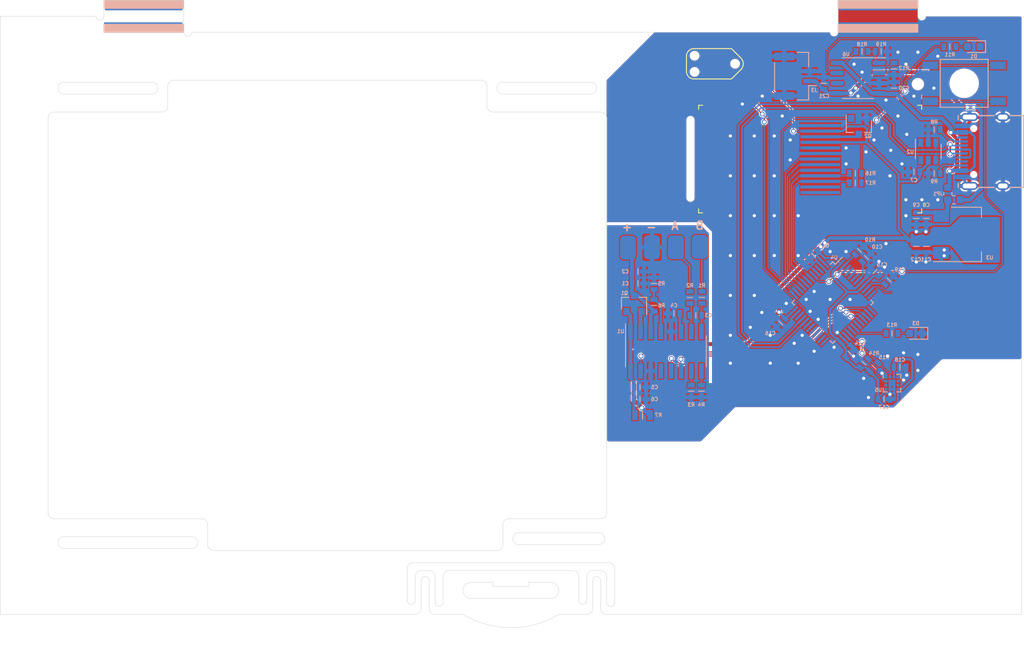
<source format=kicad_pcb>
(kicad_pcb (version 20171130) (host pcbnew 5.1.5-52549c5~84~ubuntu19.10.1)
  (layers (0 F.Cu signal) (31 B.Cu signal) (34 B.Paste user) (35 F.Paste user) (36 B.SilkS user) (37 F.SilkS user) (38 B.Mask user) (39 F.Mask user) (44 Edge.Cuts user))
  (net 0 "")
  (net 1 "Net-(C1-Pad1)")
  (net 2 "Net-(C3-Pad2)")
  (net 3 "Net-(C3-Pad1)")
  (net 4 "Net-(C4-Pad1)")
  (net 5 "Net-(C5-Pad1)")
  (net 6 GND)
  (net 7 +3V3)
  (net 8 VBUS)
  (net 9 "Net-(C10-Pad1)")
  (net 10 "Net-(D3-Pad2)")
  (net 11 "Net-(J1-Pad4)")
  (net 12 "Net-(J1-Pad3)")
  (net 13 SWCLK)
  (net 14 SWDIO)
  (net 15 "Net-(J5-Pad9)")
  (net 16 TP1)
  (net 17 TP0)
  (net 18 "Net-(P1-Pad6)")
  (net 19 "Net-(P1-Pad3)")
  (net 20 "Net-(R3-Pad1)")
  (net 21 "Net-(R4-Pad1)")
  (net 22 "Net-(R5-Pad2)")
  (net 23 "Net-(R8-Pad1)")
  (net 24 "Net-(R9-Pad2)")
  (net 25 "Net-(R10-Pad1)")
  (net 26 LED_ERR)
  (net 27 LED_STATUS)
  (net 28 "Net-(U1-Pad13)")
  (net 29 D-)
  (net 30 D+)
  (net 31 "Net-(U2-Pad1)")
  (net 32 "Net-(U4-Pad46)")
  (net 33 "Net-(U4-Pad45)")
  (net 34 "Net-(U4-Pad31)")
  (net 35 "Net-(U4-Pad30)")
  (net 36 "Net-(U4-Pad29)")
  (net 37 "Net-(U4-Pad28)")
  (net 38 "Net-(U4-Pad27)")
  (net 39 "Net-(U4-Pad26)")
  (net 40 "Net-(U4-Pad25)")
  (net 41 "Net-(U4-Pad20)")
  (net 42 "Net-(U4-Pad6)")
  (net 43 "Net-(U4-Pad5)")
  (net 44 "Net-(U4-Pad4)")
  (net 45 "Net-(U4-Pad3)")
  (net 46 "Net-(USB1-PadA8)")
  (net 47 "Net-(USB1-PadB8)")
  (net 48 "Net-(Q1-Pad1)")
  (net 49 IPS_LEDK)
  (net 50 IPS_CS)
  (net 51 IPS_RESET)
  (net 52 IPS_DC)
  (net 53 IPS_SCL)
  (net 54 IPS_SDA)
  (net 55 IPS_PWM)
  (net 56 ACC_SCL)
  (net 57 ACC_SDA)
  (net 58 HX_RATE)
  (net 59 HX_MISO)
  (net 60 HX_CLK)
  (net 61 "Net-(U5-Pad11)")
  (net 62 "Net-(U5-Pad6)")
  (net 63 "Net-(U5-Pad5)")
  (net 64 "Net-(C19-Pad1)")
  (net 65 TSC_03)
  (net 66 TSC_02)
  (net 67 TSC_01)
  (net 68 "Net-(U2-Pad6)")
  (net 69 "Net-(C8-Pad1)")
  (net 70 VBat)
  (net 71 "Net-(D1-Pad2)")
  (net 72 "Net-(D1-Pad1)")
  (net 73 "Net-(R12-Pad1)")
  (net 74 "Net-(R18-Pad2)")
  (net 75 "Net-(U6-Pad6)")
  (module otter:K2-1102DP-C4SW-04 (layer F.Cu) (at 220.8 108.4 180)
    (fp_text reference SW2 hide)
    (fp_text value TARA)
    (pad 1 smd rect (at 4.25 -2.25 180) (size 2 1) (layers B.Cu B.Paste B.Mask) (net 25 "Net-(R10-Pad1)"))
    (pad 2 smd rect (at 4.25 2.25 180) (size 2 1) (layers B.Cu B.Paste B.Mask) (net 7 +3V3))
    (pad 2 smd rect (at -4.25 2.25 180) (size 2 1) (layers B.Cu B.Paste B.Mask) (net 7 +3V3))
    (pad 1 smd rect (at -4.25 -2.25 180) (size 2 1) (layers B.Cu B.Paste B.Mask) (net 25 "Net-(R10-Pad1)"))
    (pad "" np_thru_hole circle (at 0 0 180) (size 3.45 3.45) (drill 3.45) (layers *.Cu *.Mask))
  )
  (module otter:C_0603 (layer B.Cu) (at 212 109 90)
    (fp_text reference C20 (at 0 1.25 180) (layer B.SilkS) (effects (font (size 0.45 0.45) (thickness 0.1)) (justify mirror)))
    (fp_text value 10u hide)
    (pad 2 smd rect (at 0.75 0 90) (size 0.6 0.9) (layers B.Cu B.Paste B.Mask) (net 6 GND))
    (pad 1 smd rect (at -0.75 0 90) (size 0.6 0.9) (layers B.Cu B.Paste B.Mask) (net 8 VBUS))
  )
  (module Connector_JST:JST_GH_SM02B-GHS-TB_1x02-1MP_P1.25mm_Horizontal (layer B.Cu) (at 199.6 107.5 90)
    (fp_text reference J3 (at -1.75 2.4 180) (layer B.SilkS) (effects (font (size 0.45 0.45) (thickness 0.1)) (justify mirror)))
    (fp_text value Batt)
    (pad MP smd roundrect (at 2.475 -1.35 90) (size 1 2.7) (layers B.Cu B.Paste B.Mask) (net 6 GND))
    (pad MP smd roundrect (at -2.475 -1.35 90) (size 1 2.7) (layers B.Cu B.Paste B.Mask) (net 6 GND))
    (pad 2 smd roundrect (at 0.625 1.85 90) (size 0.6 1.7) (layers B.Cu B.Paste B.Mask) (net 6 GND))
    (pad 1 smd roundrect (at -0.625 1.85 90) (size 0.6 1.7) (layers B.Cu B.Paste B.Mask) (net 70 VBat))
  )
  (module otter:J_0603_90 (layer B.Cu) (at 218.75 122.25 90)
    (fp_text reference JP1 (at 0 -1.25 180) (layer B.SilkS) (effects (font (size 0.45 0.45) (thickness 0.1)) (justify mirror)))
    (fp_text value BATT)
    (pad 3 smd roundrect (at -0.75 1.5375) (size 0.875 0.95) (layers B.Cu B.Paste B.Mask) (net 70 VBat))
    (pad 2 smd roundrect (at -0.75 -0.0375) (size 0.875 0.95) (layers B.Cu B.Paste B.Mask) (net 69 "Net-(C8-Pad1)"))
    (pad 1 smd roundrect (at 0.7875 0 90) (size 0.875 0.95) (layers B.Cu B.Paste B.Mask) (net 8 VBUS))
    (pad 2 smd roundrect (at -0.7875 0 90) (size 0.875 0.95) (layers B.Cu B.Paste B.Mask) (net 69 "Net-(C8-Pad1)"))
  )
  (module Package_SO:SOP-8_3.9x4.9mm_P1.27mm (layer B.Cu) (at 207.5 107.75 180)
    (fp_text reference U6 (at 1.5 3) (layer B.SilkS) (effects (font (size 0.45 0.45) (thickness 0.1)) (justify mirror)))
    (fp_text value TP4056)
    (pad 8 smd roundrect (at 2.625 1.905 180) (size 1.65 0.6) (layers B.Cu B.Paste B.Mask) (net 8 VBUS))
    (pad 7 smd roundrect (at 2.625 0.635 180) (size 1.65 0.6) (layers B.Cu B.Paste B.Mask) (net 72 "Net-(D1-Pad1)"))
    (pad 6 smd roundrect (at 2.625 -0.635 180) (size 1.65 0.6) (layers B.Cu B.Paste B.Mask) (net 75 "Net-(U6-Pad6)"))
    (pad 5 smd roundrect (at 2.625 -1.905 180) (size 1.65 0.6) (layers B.Cu B.Paste B.Mask) (net 70 VBat))
    (pad 4 smd roundrect (at -2.625 -1.905 180) (size 1.65 0.6) (layers B.Cu B.Paste B.Mask) (net 8 VBUS))
    (pad 3 smd roundrect (at -2.625 -0.635 180) (size 1.65 0.6) (layers B.Cu B.Paste B.Mask) (net 6 GND))
    (pad 2 smd roundrect (at -2.625 0.635 180) (size 1.65 0.6) (layers B.Cu B.Paste B.Mask) (net 73 "Net-(R12-Pad1)"))
    (pad 1 smd roundrect (at -2.625 1.905 180) (size 1.65 0.6) (layers B.Cu B.Paste B.Mask) (net 74 "Net-(R18-Pad2)"))
  )
  (module otter:R_0603 (layer B.Cu) (at 210.4 104.4)
    (fp_text reference R19 (at 0 -0.9) (layer B.SilkS) (effects (font (size 0.45 0.45) (thickness 0.1)) (justify mirror)))
    (fp_text value 5k1 hide)
    (pad 2 smd rect (at 0.75 0) (size 0.6 0.9) (layers B.Cu B.Paste B.Mask) (net 6 GND))
    (pad 1 smd rect (at -0.75 0) (size 0.6 0.9) (layers B.Cu B.Paste B.Mask) (net 74 "Net-(R18-Pad2)"))
  )
  (module otter:R_0603 (layer B.Cu) (at 208 104.4)
    (fp_text reference R18 (at 0 -0.9) (layer B.SilkS) (effects (font (size 0.45 0.45) (thickness 0.1)) (justify mirror)))
    (fp_text value 5k1 hide)
    (pad 2 smd rect (at 0.75 0) (size 0.6 0.9) (layers B.Cu B.Paste B.Mask) (net 74 "Net-(R18-Pad2)"))
    (pad 1 smd rect (at -0.75 0) (size 0.6 0.9) (layers B.Cu B.Paste B.Mask) (net 8 VBUS))
  )
  (module otter:R_0603 (layer B.Cu) (at 212 106.6 270)
    (fp_text reference R12 (at -0.1 -1.25 180) (layer B.SilkS) (effects (font (size 0.45 0.45) (thickness 0.1)) (justify mirror)))
    (fp_text value 5k1 hide)
    (pad 2 smd rect (at 0.75 0 270) (size 0.6 0.9) (layers B.Cu B.Paste B.Mask) (net 6 GND))
    (pad 1 smd rect (at -0.75 0 270) (size 0.6 0.9) (layers B.Cu B.Paste B.Mask) (net 73 "Net-(R12-Pad1)"))
  )
  (module otter:R_0603 (layer B.Cu) (at 219 103.8)
    (fp_text reference R11 (at 0 1) (layer B.SilkS) (effects (font (size 0.45 0.45) (thickness 0.1)) (justify mirror)))
    (fp_text value 5k1 hide)
    (pad 2 smd rect (at 0.75 0) (size 0.6 0.9) (layers B.Cu B.Paste B.Mask) (net 71 "Net-(D1-Pad2)"))
    (pad 1 smd rect (at -0.75 0) (size 0.6 0.9) (layers B.Cu B.Paste B.Mask) (net 8 VBUS))
  )
  (module LED_SMD:LED_0603_1608Metric (layer B.Cu) (at 222 103.800001 180)
    (fp_text reference D1 (at 0 -1.199999) (layer B.SilkS) (effects (font (size 0.45 0.45) (thickness 0.1)) (justify mirror)))
    (fp_text value CHARGING)
    (pad 2 smd roundrect (at 0.7875 0 180) (size 0.875 0.95) (layers B.Cu B.Paste B.Mask) (net 71 "Net-(D1-Pad2)"))
    (pad 1 smd roundrect (at -0.7875 0 180) (size 0.875 0.95) (layers B.Cu B.Paste B.Mask) (net 72 "Net-(D1-Pad1)"))
  )
  (module otter:C_0603 (layer B.Cu) (at 203.2 108.4 90)
    (fp_text reference C21 (at -1.6 0.05 180) (layer B.SilkS) (effects (font (size 0.45 0.45) (thickness 0.1)) (justify mirror)))
    (fp_text value 10u hide)
    (pad 2 smd rect (at 0.75 0 90) (size 0.6 0.9) (layers B.Cu B.Paste B.Mask) (net 6 GND))
    (pad 1 smd rect (at -0.75 0 90) (size 0.6 0.9) (layers B.Cu B.Paste B.Mask) (net 70 VBat))
  )
  (module otter:SOIC-16_3.9x9.9mm_P1.27mm (layer B.Cu) (at 183.423223 142.005329 270)
    (fp_text reference U1 (at -2.505329 5.673223) (layer B.SilkS) (effects (font (size 0.45 0.45) (thickness 0.1)) (justify mirror)))
    (fp_text value HX711 hide)
    (pad 16 smd rect (at 2.475 4.445 270) (size 1.95 0.6) (layers B.Cu B.Paste B.Mask) (net 5 "Net-(C5-Pad1)"))
    (pad 15 smd rect (at 2.475 3.175 270) (size 1.95 0.6) (layers B.Cu B.Paste B.Mask) (net 58 HX_RATE))
    (pad 14 smd rect (at 2.475 1.905 270) (size 1.95 0.6) (layers B.Cu B.Paste B.Mask) (net 6 GND))
    (pad 13 smd rect (at 2.475 0.635 270) (size 1.95 0.6) (layers B.Cu B.Paste B.Mask) (net 28 "Net-(U1-Pad13)"))
    (pad 12 smd rect (at 2.475 -0.635 270) (size 1.95 0.6) (layers B.Cu B.Paste B.Mask) (net 59 HX_MISO))
    (pad 11 smd rect (at 2.475 -1.905 270) (size 1.95 0.6) (layers B.Cu B.Paste B.Mask) (net 60 HX_CLK))
    (pad 10 smd rect (at 2.475 -3.175 270) (size 1.95 0.6) (layers B.Cu B.Paste B.Mask) (net 20 "Net-(R3-Pad1)"))
    (pad 9 smd rect (at 2.475 -4.445 270) (size 1.95 0.6) (layers B.Cu B.Paste B.Mask) (net 21 "Net-(R4-Pad1)"))
    (pad 8 smd rect (at -2.475 -4.445 270) (size 1.95 0.6) (layers B.Cu B.Paste B.Mask) (net 3 "Net-(C3-Pad1)"))
    (pad 7 smd rect (at -2.475 -3.175 270) (size 1.95 0.6) (layers B.Cu B.Paste B.Mask) (net 2 "Net-(C3-Pad2)"))
    (pad 6 smd rect (at -2.475 -1.905 270) (size 1.95 0.6) (layers B.Cu B.Paste B.Mask) (net 4 "Net-(C4-Pad1)"))
    (pad 5 smd rect (at -2.475 -0.635 270) (size 1.95 0.6) (layers B.Cu B.Paste B.Mask) (net 6 GND))
    (pad 4 smd rect (at -2.475 0.635 270) (size 1.95 0.6) (layers B.Cu B.Paste B.Mask) (net 22 "Net-(R5-Pad2)"))
    (pad 3 smd rect (at -2.475 1.905 270) (size 1.95 0.6) (layers B.Cu B.Paste B.Mask) (net 1 "Net-(C1-Pad1)"))
    (pad 2 smd rect (at -2.475 3.175 270) (size 1.95 0.6) (layers B.Cu B.Paste B.Mask) (net 48 "Net-(Q1-Pad1)"))
    (pad 1 smd rect (at -2.475 4.445 270) (size 1.95 0.6) (layers B.Cu B.Paste B.Mask) (net 5 "Net-(C5-Pad1)"))
  )
  (module otter:LQFP-48_7x7mm_P0.5mm (layer B.Cu) (at 204.318198 135.898959 225)
    (fp_text reference U4 (at -4.122971 3.865864 180) (layer B.SilkS) (effects (font (size 0.45 0.45) (thickness 0.1)) (justify mirror)))
    (fp_text value STM32F072CBTx hide)
    (pad 48 smd rect (at -2.75 4.1625 225) (size 0.3 1.475) (layers B.Cu B.Paste B.Mask) (net 7 +3V3))
    (pad 47 smd rect (at -2.25 4.1625 225) (size 0.3 1.475) (layers B.Cu B.Paste B.Mask) (net 6 GND))
    (pad 46 smd rect (at -1.75 4.1625 225) (size 0.3 1.475) (layers B.Cu B.Paste B.Mask) (net 32 "Net-(U4-Pad46)"))
    (pad 45 smd rect (at -1.25 4.1625 225) (size 0.3 1.475) (layers B.Cu B.Paste B.Mask) (net 33 "Net-(U4-Pad45)"))
    (pad 44 smd rect (at -0.75 4.1625 225) (size 0.3 1.475) (layers B.Cu B.Paste B.Mask) (net 25 "Net-(R10-Pad1)"))
    (pad 43 smd rect (at -0.25 4.1625 225) (size 0.3 1.475) (layers B.Cu B.Paste B.Mask) (net 54 IPS_SDA))
    (pad 42 smd rect (at 0.25 4.1625 225) (size 0.3 1.475) (layers B.Cu B.Paste B.Mask) (net 53 IPS_SCL))
    (pad 41 smd rect (at 0.75 4.1625 225) (size 0.3 1.475) (layers B.Cu B.Paste B.Mask) (net 52 IPS_DC))
    (pad 40 smd rect (at 1.25 4.1625 225) (size 0.3 1.475) (layers B.Cu B.Paste B.Mask) (net 51 IPS_RESET))
    (pad 39 smd rect (at 1.75 4.1625 225) (size 0.3 1.475) (layers B.Cu B.Paste B.Mask) (net 50 IPS_CS))
    (pad 38 smd rect (at 2.25 4.1625 225) (size 0.3 1.475) (layers B.Cu B.Paste B.Mask) (net 55 IPS_PWM))
    (pad 37 smd rect (at 2.75 4.1625 225) (size 0.3 1.475) (layers B.Cu B.Paste B.Mask) (net 13 SWCLK))
    (pad 36 smd rect (at 4.1625 2.75 225) (size 1.475 0.3) (layers B.Cu B.Paste B.Mask) (net 7 +3V3))
    (pad 35 smd rect (at 4.1625 2.25 225) (size 1.475 0.3) (layers B.Cu B.Paste B.Mask) (net 6 GND))
    (pad 34 smd rect (at 4.1625 1.75 225) (size 1.475 0.3) (layers B.Cu B.Paste B.Mask) (net 14 SWDIO))
    (pad 33 smd rect (at 4.1625 1.25 225) (size 1.475 0.3) (layers B.Cu B.Paste B.Mask) (net 30 D+))
    (pad 32 smd rect (at 4.1625 0.75 225) (size 1.475 0.3) (layers B.Cu B.Paste B.Mask) (net 29 D-))
    (pad 31 smd rect (at 4.1625 0.25 225) (size 1.475 0.3) (layers B.Cu B.Paste B.Mask) (net 34 "Net-(U4-Pad31)"))
    (pad 30 smd rect (at 4.1625 -0.25 225) (size 1.475 0.3) (layers B.Cu B.Paste B.Mask) (net 35 "Net-(U4-Pad30)"))
    (pad 29 smd rect (at 4.1625 -0.75 225) (size 1.475 0.3) (layers B.Cu B.Paste B.Mask) (net 36 "Net-(U4-Pad29)"))
    (pad 28 smd rect (at 4.1625 -1.25 225) (size 1.475 0.3) (layers B.Cu B.Paste B.Mask) (net 37 "Net-(U4-Pad28)"))
    (pad 27 smd rect (at 4.1625 -1.75 225) (size 1.475 0.3) (layers B.Cu B.Paste B.Mask) (net 38 "Net-(U4-Pad27)"))
    (pad 26 smd rect (at 4.1625 -2.25 225) (size 1.475 0.3) (layers B.Cu B.Paste B.Mask) (net 39 "Net-(U4-Pad26)"))
    (pad 25 smd rect (at 4.1625 -2.75 225) (size 1.475 0.3) (layers B.Cu B.Paste B.Mask) (net 40 "Net-(U4-Pad25)"))
    (pad 24 smd rect (at 2.75 -4.1625 225) (size 0.3 1.475) (layers B.Cu B.Paste B.Mask) (net 7 +3V3))
    (pad 23 smd rect (at 2.25 -4.1625 225) (size 0.3 1.475) (layers B.Cu B.Paste B.Mask) (net 6 GND))
    (pad 22 smd rect (at 1.75 -4.1625 225) (size 0.3 1.475) (layers B.Cu B.Paste B.Mask) (net 57 ACC_SDA))
    (pad 21 smd rect (at 1.25 -4.1625 225) (size 0.3 1.475) (layers B.Cu B.Paste B.Mask) (net 56 ACC_SCL))
    (pad 20 smd rect (at 0.75 -4.1625 225) (size 0.3 1.475) (layers B.Cu B.Paste B.Mask) (net 41 "Net-(U4-Pad20)"))
    (pad 19 smd rect (at 0.25 -4.1625 225) (size 0.3 1.475) (layers B.Cu B.Paste B.Mask) (net 27 LED_STATUS))
    (pad 18 smd rect (at -0.25 -4.1625 225) (size 0.3 1.475) (layers B.Cu B.Paste B.Mask) (net 26 LED_ERR))
    (pad 17 smd rect (at -0.75 -4.1625 225) (size 0.3 1.475) (layers B.Cu B.Paste B.Mask) (net 59 HX_MISO))
    (pad 16 smd rect (at -1.25 -4.1625 225) (size 0.3 1.475) (layers B.Cu B.Paste B.Mask) (net 59 HX_MISO))
    (pad 15 smd rect (at -1.75 -4.1625 225) (size 0.3 1.475) (layers B.Cu B.Paste B.Mask) (net 60 HX_CLK))
    (pad 14 smd rect (at -2.25 -4.1625 225) (size 0.3 1.475) (layers B.Cu B.Paste B.Mask) (net 58 HX_RATE))
    (pad 13 smd rect (at -2.75 -4.1625 225) (size 0.3 1.475) (layers B.Cu B.Paste B.Mask) (net 65 TSC_03))
    (pad 12 smd rect (at -4.1625 -2.75 225) (size 1.475 0.3) (layers B.Cu B.Paste B.Mask) (net 66 TSC_02))
    (pad 11 smd rect (at -4.1625 -2.25 225) (size 1.475 0.3) (layers B.Cu B.Paste B.Mask) (net 67 TSC_01))
    (pad 10 smd rect (at -4.1625 -1.75 225) (size 1.475 0.3) (layers B.Cu B.Paste B.Mask) (net 64 "Net-(C19-Pad1)"))
    (pad 9 smd rect (at -4.1625 -1.25 225) (size 1.475 0.3) (layers B.Cu B.Paste B.Mask) (net 7 +3V3))
    (pad 8 smd rect (at -4.1625 -0.75 225) (size 1.475 0.3) (layers B.Cu B.Paste B.Mask) (net 6 GND))
    (pad 7 smd rect (at -4.1625 -0.25 225) (size 1.475 0.3) (layers B.Cu B.Paste B.Mask) (net 9 "Net-(C10-Pad1)"))
    (pad 6 smd rect (at -4.1625 0.25 225) (size 1.475 0.3) (layers B.Cu B.Paste B.Mask) (net 42 "Net-(U4-Pad6)"))
    (pad 5 smd rect (at -4.1625 0.75 225) (size 1.475 0.3) (layers B.Cu B.Paste B.Mask) (net 43 "Net-(U4-Pad5)"))
    (pad 4 smd rect (at -4.1625 1.25 225) (size 1.475 0.3) (layers B.Cu B.Paste B.Mask) (net 44 "Net-(U4-Pad4)"))
    (pad 3 smd rect (at -4.1625 1.75 225) (size 1.475 0.3) (layers B.Cu B.Paste B.Mask) (net 45 "Net-(U4-Pad3)"))
    (pad 2 smd rect (at -4.1625 2.25 225) (size 1.475 0.3) (layers B.Cu B.Paste B.Mask) (net 25 "Net-(R10-Pad1)"))
    (pad 1 smd rect (at -4.1625 2.75 225) (size 1.475 0.3) (layers B.Cu B.Paste B.Mask) (net 7 +3V3))
  )
  (module otter:C_0603 (layer B.Cu) (at 211.389266 133.070532 45)
    (fp_text reference C19 (at 1.895941 0.028427) (layer B.SilkS) (effects (font (size 0.45 0.45) (thickness 0.1)) (justify mirror)))
    (fp_text value 100n hide)
    (pad 2 smd rect (at 0.75 0 45) (size 0.6 0.9) (layers B.Cu B.Paste B.Mask) (net 6 GND))
    (pad 1 smd rect (at -0.75 0 45) (size 0.6 0.9) (layers B.Cu B.Paste B.Mask) (net 64 "Net-(C19-Pad1)"))
  )
  (module Package_LGA:LGA-12_2x2mm_P0.5mm (layer B.Cu) (at 211.75 146 270)
    (fp_text reference U5 (at 0.85 1.7 180) (layer B.SilkS) (effects (font (size 0.45 0.45) (thickness 0.1)) (justify mirror)))
    (fp_text value QMA7981)
    (pad 12 smd rect (at -0.25 0.7625 180) (size 0.375 0.35) (layers B.Cu B.Paste B.Mask) (net 56 ACC_SCL))
    (pad 11 smd rect (at 0.25 0.7625 180) (size 0.375 0.35) (layers B.Cu B.Paste B.Mask) (net 61 "Net-(U5-Pad11)"))
    (pad 6 smd rect (at 0.25 -0.7625 180) (size 0.375 0.35) (layers B.Cu B.Paste B.Mask) (net 62 "Net-(U5-Pad6)"))
    (pad 5 smd rect (at -0.25 -0.7625 180) (size 0.375 0.35) (layers B.Cu B.Paste B.Mask) (net 63 "Net-(U5-Pad5)"))
    (pad 10 smd rect (at 0.7625 0.75 270) (size 0.375 0.35) (layers B.Cu B.Paste B.Mask) (net 7 +3V3))
    (pad 1 smd rect (at -0.7625 0.75 270) (size 0.375 0.35) (layers B.Cu B.Paste B.Mask) (net 6 GND))
    (pad 7 smd rect (at 0.7625 -0.75 270) (size 0.375 0.35) (layers B.Cu B.Paste B.Mask) (net 7 +3V3))
    (pad 4 smd rect (at -0.7625 -0.75 270) (size 0.375 0.35) (layers B.Cu B.Paste B.Mask) (net 6 GND))
    (pad 8 smd rect (at 0.7625 -0.25 270) (size 0.375 0.35) (layers B.Cu B.Paste B.Mask) (net 6 GND))
    (pad 9 smd rect (at 0.7625 0.25 270) (size 0.375 0.35) (layers B.Cu B.Paste B.Mask) (net 6 GND))
    (pad 3 smd rect (at -0.7625 -0.25 270) (size 0.375 0.35) (layers B.Cu B.Paste B.Mask) (net 7 +3V3))
    (pad 2 smd rect (at -0.7625 0.25 270) (size 0.375 0.35) (layers B.Cu B.Paste B.Mask) (net 57 ACC_SDA))
  )
  (module otter:R_0603 (layer B.Cu) (at 207.165938 120.884567 180)
    (fp_text reference R17 (at -1.9 0) (layer B.SilkS) (effects (font (size 0.45 0.45) (thickness 0.1)) (justify mirror)))
    (fp_text value 5k1 hide)
    (pad 2 smd rect (at 0.75 0 180) (size 0.6 0.9) (layers B.Cu B.Paste B.Mask) (net 54 IPS_SDA))
    (pad 1 smd rect (at -0.75 0 180) (size 0.6 0.9) (layers B.Cu B.Paste B.Mask) (net 7 +3V3))
  )
  (module otter:R_0603 (layer B.Cu) (at 207.165938 119.684567)
    (fp_text reference R16 (at 1.9 0) (layer B.SilkS) (effects (font (size 0.45 0.45) (thickness 0.1)) (justify mirror)))
    (fp_text value 5k1 hide)
    (pad 2 smd rect (at 0.75 0) (size 0.6 0.9) (layers B.Cu B.Paste B.Mask) (net 7 +3V3))
    (pad 1 smd rect (at -0.75 0) (size 0.6 0.9) (layers B.Cu B.Paste B.Mask) (net 53 IPS_SCL))
  )
  (module otter:R_0603 (layer B.Cu) (at 209.5 144 45)
    (fp_text reference R15 (at 1.767767 0) (layer B.SilkS) (effects (font (size 0.45 0.45) (thickness 0.1)) (justify mirror)))
    (fp_text value 5k1 hide)
    (pad 2 smd rect (at 0.75 0 45) (size 0.6 0.9) (layers B.Cu B.Paste B.Mask) (net 57 ACC_SDA))
    (pad 1 smd rect (at -0.75 0 45) (size 0.6 0.9) (layers B.Cu B.Paste B.Mask) (net 7 +3V3))
  )
  (module otter:R_0603 (layer B.Cu) (at 208.25 143.5 225)
    (fp_text reference R14 (at -1.767767 0) (layer B.SilkS) (effects (font (size 0.45 0.45) (thickness 0.1)) (justify mirror)))
    (fp_text value 5k1 hide)
    (pad 2 smd rect (at 0.75 0 225) (size 0.6 0.9) (layers B.Cu B.Paste B.Mask) (net 7 +3V3))
    (pad 1 smd rect (at -0.75 0 225) (size 0.6 0.9) (layers B.Cu B.Paste B.Mask) (net 56 ACC_SCL))
  )
  (module otter:R_0603 (layer B.Cu) (at 211.75 139.75)
    (fp_text reference R13 (at 0 -1.05) (layer B.SilkS) (effects (font (size 0.45 0.45) (thickness 0.1)) (justify mirror)))
    (fp_text value 5k1 hide)
    (pad 2 smd rect (at 0.75 0) (size 0.6 0.9) (layers B.Cu B.Paste B.Mask) (net 10 "Net-(D3-Pad2)"))
    (pad 1 smd rect (at -0.75 0) (size 0.6 0.9) (layers B.Cu B.Paste B.Mask) (net 27 LED_STATUS))
  )
  (module otter:R_0603 (layer B.Cu) (at 207.676956 129.358222 45)
    (fp_text reference R10 (at 1.9 0 unlocked) (layer B.SilkS) (effects (font (size 0.45 0.45) (thickness 0.1)) (justify mirror)))
    (fp_text value 5k1 hide)
    (pad 2 smd rect (at 0.75 0 45) (size 0.6 0.9) (layers B.Cu B.Paste B.Mask) (net 6 GND))
    (pad 1 smd rect (at -0.75 0 45) (size 0.6 0.9) (layers B.Cu B.Paste B.Mask) (net 25 "Net-(R10-Pad1)"))
  )
  (module otter:R_0603 (layer B.Cu) (at 217.05 119.7)
    (fp_text reference R9 (at 0 1) (layer B.SilkS) (effects (font (size 0.45 0.45) (thickness 0.1)) (justify mirror)))
    (fp_text value 5k1 hide)
    (pad 2 smd rect (at 0.75 0) (size 0.6 0.9) (layers B.Cu B.Paste B.Mask) (net 24 "Net-(R9-Pad2)"))
    (pad 1 smd rect (at -0.75 0) (size 0.6 0.9) (layers B.Cu B.Paste B.Mask) (net 6 GND))
  )
  (module otter:R_0603 (layer B.Cu) (at 217.05 114.2 180)
    (fp_text reference R8 (at 0 0.95) (layer B.SilkS) (effects (font (size 0.45 0.45) (thickness 0.1)) (justify mirror)))
    (fp_text value 5k1 hide)
    (pad 2 smd rect (at 0.75 0 180) (size 0.6 0.9) (layers B.Cu B.Paste B.Mask) (net 6 GND))
    (pad 1 smd rect (at -0.75 0 180) (size 0.6 0.9) (layers B.Cu B.Paste B.Mask) (net 23 "Net-(R8-Pad1)"))
  )
  (module otter:R_0805 (layer B.Cu) (at 180.5 150 180)
    (fp_text reference R7 (at -2 0 180) (layer B.SilkS) (effects (font (size 0.45 0.45) (thickness 0.1)) (justify mirror)))
    (fp_text value 0 hide)
    (pad 2 smd rect (at 0.95 0 180) (size 0.7 1.3) (layers B.Cu B.Paste B.Mask) (net 5 "Net-(C5-Pad1)"))
    (pad 1 smd rect (at -0.95 0 180) (size 0.7 1.3) (layers B.Cu B.Paste B.Mask) (net 7 +3V3))
  )
  (module otter:R_0603 (layer B.Cu) (at 181.923224 136.25533 90)
    (fp_text reference R6 (at 0 0.95) (layer B.SilkS) (effects (font (size 0.45 0.45) (thickness 0.1)) (justify mirror)))
    (fp_text value 100 hide)
    (pad 2 smd rect (at 0.75 0 90) (size 0.6 0.9) (layers B.Cu B.Paste B.Mask) (net 22 "Net-(R5-Pad2)"))
    (pad 1 smd rect (at -0.75 0 90) (size 0.6 0.9) (layers B.Cu B.Paste B.Mask) (net 1 "Net-(C1-Pad1)"))
  )
  (module otter:R_0603 (layer B.Cu) (at 181.923224 133.505331 270)
    (fp_text reference R5 (at -0.005331 -0.95) (layer B.SilkS) (effects (font (size 0.45 0.45) (thickness 0.1)) (justify mirror)))
    (fp_text value 100 hide)
    (pad 2 smd rect (at 0.75 0 270) (size 0.6 0.9) (layers B.Cu B.Paste B.Mask) (net 22 "Net-(R5-Pad2)"))
    (pad 1 smd rect (at -0.75 0 270) (size 0.6 0.9) (layers B.Cu B.Paste B.Mask) (net 6 GND))
  )
  (module otter:R_0603 (layer B.Cu) (at 187.873223 147.00533 270)
    (fp_text reference R4 (at 1.7 0) (layer B.SilkS) (effects (font (size 0.45 0.45) (thickness 0.1)) (justify mirror)))
    (fp_text value 0 hide)
    (pad 2 smd rect (at 0.75 0 270) (size 0.6 0.9) (layers B.Cu B.Paste B.Mask) (net 6 GND))
    (pad 1 smd rect (at -0.75 0 270) (size 0.6 0.9) (layers B.Cu B.Paste B.Mask) (net 21 "Net-(R4-Pad1)"))
  )
  (module otter:R_0603 (layer B.Cu) (at 186.598223 147.00533 270)
    (fp_text reference R3 (at 1.7 0) (layer B.SilkS) (effects (font (size 0.45 0.45) (thickness 0.1)) (justify mirror)))
    (fp_text value 0 hide)
    (pad 2 smd rect (at 0.75 0 270) (size 0.6 0.9) (layers B.Cu B.Paste B.Mask) (net 6 GND))
    (pad 1 smd rect (at -0.75 0 270) (size 0.6 0.9) (layers B.Cu B.Paste B.Mask) (net 20 "Net-(R3-Pad1)"))
  )
  (module otter:R_0603 (layer B.Cu) (at 186.423224 135.25533 90)
    (fp_text reference R2 (at 1.50533 0) (layer B.SilkS) (effects (font (size 0.45 0.45) (thickness 0.1)) (justify mirror)))
    (fp_text value 100 hide)
    (pad 2 smd rect (at 0.75 0 90) (size 0.6 0.9) (layers B.Cu B.Paste B.Mask) (net 12 "Net-(J1-Pad3)"))
    (pad 1 smd rect (at -0.75 0 90) (size 0.6 0.9) (layers B.Cu B.Paste B.Mask) (net 2 "Net-(C3-Pad2)"))
  )
  (module otter:R_0603 (layer B.Cu) (at 187.923223 135.25533 90)
    (fp_text reference R1 (at 1.50533 0) (layer B.SilkS) (effects (font (size 0.45 0.45) (thickness 0.1)) (justify mirror)))
    (fp_text value 100 hide)
    (pad 2 smd rect (at 0.75 0 90) (size 0.6 0.9) (layers B.Cu B.Paste B.Mask) (net 11 "Net-(J1-Pad4)"))
    (pad 1 smd rect (at -0.75 0 90) (size 0.6 0.9) (layers B.Cu B.Paste B.Mask) (net 3 "Net-(C3-Pad1)"))
  )
  (module otter:C_0603 (layer B.Cu) (at 212.75 144)
    (fp_text reference C18 (at 0 -0.95) (layer B.SilkS) (effects (font (size 0.45 0.45) (thickness 0.1)) (justify mirror)))
    (fp_text value 10u hide)
    (pad 2 smd rect (at 0.75 0) (size 0.6 0.9) (layers B.Cu B.Paste B.Mask) (net 6 GND))
    (pad 1 smd rect (at -0.75 0) (size 0.6 0.9) (layers B.Cu B.Paste B.Mask) (net 7 +3V3))
  )
  (module otter:C_0603 (layer B.Cu) (at 210.75 148)
    (fp_text reference C17 (at 0 1) (layer B.SilkS) (effects (font (size 0.45 0.45) (thickness 0.1)) (justify mirror)))
    (fp_text value 100n hide)
    (pad 2 smd rect (at 0.75 0) (size 0.6 0.9) (layers B.Cu B.Paste B.Mask) (net 6 GND))
    (pad 1 smd rect (at -0.75 0) (size 0.6 0.9) (layers B.Cu B.Paste B.Mask) (net 7 +3V3))
  )
  (module otter:C_0603 (layer B.Cu) (at 197.812816 138.444544 45)
    (fp_text reference C16 (at -1.851398 -0.005204 180) (layer B.SilkS) (effects (font (size 0.45 0.45) (thickness 0.1)) (justify mirror)))
    (fp_text value 100n hide)
    (pad 2 smd rect (at 0.75 0 45) (size 0.6 0.9) (layers B.Cu B.Paste B.Mask) (net 7 +3V3))
    (pad 1 smd rect (at -0.75 0 45) (size 0.6 0.9) (layers B.Cu B.Paste B.Mask) (net 6 GND))
  )
  (module otter:C_0603 (layer B.Cu) (at 209.621499 132.009872 315)
    (fp_text reference C15 (at 0 -1.249999) (layer B.SilkS) (effects (font (size 0.45 0.45) (thickness 0.1)) (justify mirror)))
    (fp_text value 100n hide)
    (pad 2 smd rect (at 0.75 0 315) (size 0.6 0.9) (layers B.Cu B.Paste B.Mask) (net 7 +3V3))
    (pad 1 smd rect (at -0.75 0 315) (size 0.6 0.9) (layers B.Cu B.Paste B.Mask) (net 6 GND))
  )
  (module otter:C_0603 (layer B.Cu) (at 206.474874 142.227565 225)
    (fp_text reference C14 (at -1.76967 -0.033631 180) (layer B.SilkS) (effects (font (size 0.45 0.45) (thickness 0.1)) (justify mirror)))
    (fp_text value 100n hide)
    (pad 2 smd rect (at 0.75 0 225) (size 0.6 0.9) (layers B.Cu B.Paste B.Mask) (net 7 +3V3))
    (pad 1 smd rect (at -0.75 0 225) (size 0.6 0.9) (layers B.Cu B.Paste B.Mask) (net 6 GND))
  )
  (module otter:C_0603 (layer B.Cu) (at 201.914035 129.959262 45)
    (fp_text reference C13 (at 1.799747 0.089593 180) (layer B.SilkS) (effects (font (size 0.45 0.45) (thickness 0.1)) (justify mirror)))
    (fp_text value 100n hide)
    (pad 2 smd rect (at 0.75 0 45) (size 0.6 0.9) (layers B.Cu B.Paste B.Mask) (net 7 +3V3))
    (pad 1 smd rect (at -0.75 0 45) (size 0.6 0.9) (layers B.Cu B.Paste B.Mask) (net 6 GND))
  )
  (module otter:C_0603 (layer B.Cu) (at 214.8 128.85 270)
    (fp_text reference C12 (at 1.65 0.05) (layer B.SilkS) (effects (font (size 0.45 0.45) (thickness 0.1)) (justify mirror)))
    (fp_text value 10u hide)
    (pad 2 smd rect (at 0.75 0 270) (size 0.6 0.9) (layers B.Cu B.Paste B.Mask) (net 6 GND))
    (pad 1 smd rect (at -0.75 0 270) (size 0.6 0.9) (layers B.Cu B.Paste B.Mask) (net 7 +3V3))
  )
  (module otter:C_0603 (layer B.Cu) (at 216.049999 128.85 270)
    (fp_text reference C11 (at 1.65 0.049999) (layer B.SilkS) (effects (font (size 0.45 0.45) (thickness 0.1)) (justify mirror)))
    (fp_text value 100n hide)
    (pad 2 smd rect (at 0.75 0 270) (size 0.6 0.9) (layers B.Cu B.Paste B.Mask) (net 6 GND))
    (pad 1 smd rect (at -0.75 0 270) (size 0.6 0.9) (layers B.Cu B.Paste B.Mask) (net 7 +3V3))
  )
  (module otter:C_0603 (layer B.Cu) (at 208.560839 130.242105 45)
    (fp_text reference C10 (at 1.9 0 unlocked) (layer B.SilkS) (effects (font (size 0.45 0.45) (thickness 0.1)) (justify mirror)))
    (fp_text value 100n hide)
    (pad 2 smd rect (at 0.75 0 45) (size 0.6 0.9) (layers B.Cu B.Paste B.Mask) (net 6 GND))
    (pad 1 smd rect (at -0.75 0 45) (size 0.6 0.9) (layers B.Cu B.Paste B.Mask) (net 9 "Net-(C10-Pad1)"))
  )
  (module otter:C_0603 (layer B.Cu) (at 214.800001 125.35 270)
    (fp_text reference C9 (at -1.7 0) (layer B.SilkS) (effects (font (size 0.45 0.45) (thickness 0.1)) (justify mirror)))
    (fp_text value 100n hide)
    (pad 2 smd rect (at 0.75 0 270) (size 0.6 0.9) (layers B.Cu B.Paste B.Mask) (net 6 GND))
    (pad 1 smd rect (at -0.75 0 270) (size 0.6 0.9) (layers B.Cu B.Paste B.Mask) (net 69 "Net-(C8-Pad1)"))
  )
  (module otter:C_0603 (layer B.Cu) (at 216.05 125.35 270)
    (fp_text reference C8 (at -1.7 0) (layer B.SilkS) (effects (font (size 0.45 0.45) (thickness 0.1)) (justify mirror)))
    (fp_text value 10u hide)
    (pad 2 smd rect (at 0.75 0 270) (size 0.6 0.9) (layers B.Cu B.Paste B.Mask) (net 6 GND))
    (pad 1 smd rect (at -0.75 0 270) (size 0.6 0.9) (layers B.Cu B.Paste B.Mask) (net 69 "Net-(C8-Pad1)"))
  )
  (module otter:C_0603 (layer B.Cu) (at 214.5 119.5 180)
    (fp_text reference C7 (at 0 -1.05) (layer B.SilkS) (effects (font (size 0.45 0.45) (thickness 0.1)) (justify mirror)))
    (fp_text value 100n hide)
    (pad 2 smd rect (at 0.75 0 180) (size 0.6 0.9) (layers B.Cu B.Paste B.Mask) (net 6 GND))
    (pad 1 smd rect (at -0.75 0 180) (size 0.6 0.9) (layers B.Cu B.Paste B.Mask) (net 7 +3V3))
  )
  (module otter:C_0603 (layer B.Cu) (at 180.173223 148.00533)
    (fp_text reference C6 (at 1.826777 0 180) (layer B.SilkS) (effects (font (size 0.45 0.45) (thickness 0.1)) (justify mirror)))
    (fp_text value 10u hide)
    (pad 2 smd rect (at 0.75 0) (size 0.6 0.9) (layers B.Cu B.Paste B.Mask) (net 6 GND))
    (pad 1 smd rect (at -0.75 0) (size 0.6 0.9) (layers B.Cu B.Paste B.Mask) (net 5 "Net-(C5-Pad1)"))
  )
  (module otter:C_0603 (layer B.Cu) (at 180.173223 146.505331)
    (fp_text reference C5 (at 1.826777 0 180) (layer B.SilkS) (effects (font (size 0.45 0.45) (thickness 0.1)) (justify mirror)))
    (fp_text value 100n hide)
    (pad 2 smd rect (at 0.75 0) (size 0.6 0.9) (layers B.Cu B.Paste B.Mask) (net 6 GND))
    (pad 1 smd rect (at -0.75 0) (size 0.6 0.9) (layers B.Cu B.Paste B.Mask) (net 5 "Net-(C5-Pad1)"))
  )
  (module otter:C_0603 (layer B.Cu) (at 184.423224 137.25533 180)
    (fp_text reference C4 (at 0 1.00533 180) (layer B.SilkS) (effects (font (size 0.45 0.45) (thickness 0.1)) (justify mirror)))
    (fp_text value 100n hide)
    (pad 2 smd rect (at 0.75 0 180) (size 0.6 0.9) (layers B.Cu B.Paste B.Mask) (net 6 GND))
    (pad 1 smd rect (at -0.75 0 180) (size 0.6 0.9) (layers B.Cu B.Paste B.Mask) (net 4 "Net-(C4-Pad1)"))
  )
  (module otter:C_0603 (layer B.Cu) (at 187.173223 137.505329 180)
    (fp_text reference C3 (at -1.576777 0.005329 180) (layer B.SilkS) (effects (font (size 0.45 0.45) (thickness 0.1)) (justify mirror)))
    (fp_text value 100n hide)
    (pad 2 smd rect (at 0.75 0 180) (size 0.6 0.9) (layers B.Cu B.Paste B.Mask) (net 2 "Net-(C3-Pad2)"))
    (pad 1 smd rect (at -0.75 0 180) (size 0.6 0.9) (layers B.Cu B.Paste B.Mask) (net 3 "Net-(C3-Pad1)"))
  )
  (module otter:C_0603 (layer B.Cu) (at 179.923224 132.00533)
    (fp_text reference C2 (at -1.6 -0.00533 180) (layer B.SilkS) (effects (font (size 0.45 0.45) (thickness 0.1)) (justify mirror)))
    (fp_text value 1u hide)
    (pad 2 smd rect (at 0.75 0) (size 0.6 0.9) (layers B.Cu B.Paste B.Mask) (net 6 GND))
    (pad 1 smd rect (at -0.75 0) (size 0.6 0.9) (layers B.Cu B.Paste B.Mask) (net 1 "Net-(C1-Pad1)"))
  )
  (module otter:C_0603 (layer B.Cu) (at 179.923224 133.50533)
    (fp_text reference C1 (at -1.6 -0.00533 180) (layer B.SilkS) (effects (font (size 0.45 0.45) (thickness 0.1)) (justify mirror)))
    (fp_text value 100n hide)
    (pad 2 smd rect (at 0.75 0) (size 0.6 0.9) (layers B.Cu B.Paste B.Mask) (net 6 GND))
    (pad 1 smd rect (at -0.75 0) (size 0.6 0.9) (layers B.Cu B.Paste B.Mask) (net 1 "Net-(C1-Pad1)"))
  )
  (module Package_TO_SOT_SMD:SOT-23 (layer B.Cu) (at 179.423224 136.00533 90)
    (fp_text reference Q1 (at 1.3 -1.2) (layer B.SilkS) (effects (font (size 0.45 0.45) (thickness 0.1)) (justify mirror)))
    (fp_text value s8550)
    (pad 3 smd rect (at 1 0 90) (size 0.9 0.8) (layers B.Cu B.Paste B.Mask) (net 1 "Net-(C1-Pad1)"))
    (pad 2 smd rect (at -1 -0.95 90) (size 0.9 0.8) (layers B.Cu B.Paste B.Mask) (net 5 "Net-(C5-Pad1)"))
    (pad 1 smd rect (at -1 0.95 90) (size 0.9 0.8) (layers B.Cu B.Paste B.Mask) (net 48 "Net-(Q1-Pad1)"))
  )
  (module "otter:USB-C 16Pin" (layer B.Cu) (at 220.55 116.95 270)
    (fp_text reference USB1 hide)
    (fp_text value USB)
    (pad A9 smd rect (at -2.4 0 270) (size 0.6 1.45) (layers B.Cu B.Paste B.Mask) (net 8 VBUS))
    (pad B9 smd rect (at 2.4 0 270) (size 0.6 1.45) (layers B.Cu B.Paste B.Mask) (net 8 VBUS))
    (pad B12 smd rect (at 3.2 0 270) (size 0.6 1.45) (layers B.Cu B.Paste B.Mask) (net 6 GND))
    (pad A12 smd rect (at -3.2 0 270) (size 0.6 1.45) (layers B.Cu B.Paste B.Mask) (net 6 GND))
    (pad S1 thru_hole oval (at -4.32 -0.915 270) (size 1 2.1) (drill oval 0.6 1.7) (layers *.Cu *.Mask) (net 6 GND))
    (pad S1 thru_hole oval (at 4.32 -0.915 270) (size 1 2.1) (drill oval 0.6 1.7) (layers *.Cu *.Mask) (net 6 GND))
    (pad S1 thru_hole oval (at -4.32 -5.095 270) (size 1 1.6) (drill oval 0.6 1.2) (layers *.Cu *.Mask) (net 6 GND))
    (pad S1 thru_hole oval (at 4.32 -5.095 270) (size 1 1.6) (drill oval 0.6 1.2) (layers *.Cu *.Mask) (net 6 GND))
    (pad "" np_thru_hole circle (at 2.89 -1.445 270) (size 0.65 0.65) (drill 0.65) (layers *.Cu *.Mask))
    (pad "" np_thru_hole circle (at -2.89 -1.445 270) (size 0.65 0.65) (drill 0.65) (layers *.Cu *.Mask))
    (pad B1 smd rect (at 3.2 0 270) (size 0.6 1.45) (layers B.Cu B.Paste B.Mask) (net 6 GND))
    (pad B4 smd rect (at 2.4 0 270) (size 0.6 1.45) (layers B.Cu B.Paste B.Mask) (net 8 VBUS))
    (pad B5 smd rect (at 1.75 0 270) (size 0.3 1.45) (layers B.Cu B.Paste B.Mask) (net 24 "Net-(R9-Pad2)"))
    (pad A8 smd rect (at 1.25 0 270) (size 0.3 1.45) (layers B.Cu B.Paste B.Mask) (net 46 "Net-(USB1-PadA8)"))
    (pad B6 smd rect (at 0.75 0 270) (size 0.3 1.45) (layers B.Cu B.Paste B.Mask) (net 30 D+))
    (pad A7 smd rect (at 0.25 0 270) (size 0.3 1.45) (layers B.Cu B.Paste B.Mask) (net 29 D-))
    (pad A6 smd rect (at -0.25 0 270) (size 0.3 1.45) (layers B.Cu B.Paste B.Mask) (net 30 D+))
    (pad B7 smd rect (at -0.75 0 270) (size 0.3 1.45) (layers B.Cu B.Paste B.Mask) (net 29 D-))
    (pad A5 smd rect (at -1.25 0 270) (size 0.3 1.45) (layers B.Cu B.Paste B.Mask) (net 23 "Net-(R8-Pad1)"))
    (pad B8 smd rect (at -1.75 0 270) (size 0.3 1.45) (layers B.Cu B.Paste B.Mask) (net 47 "Net-(USB1-PadB8)"))
    (pad A4 smd rect (at -2.4 0 270) (size 0.6 1.45) (layers B.Cu B.Paste B.Mask) (net 8 VBUS))
    (pad A1 smd rect (at -3.2 0 270) (size 0.6 1.45) (layers B.Cu B.Paste B.Mask) (net 6 GND))
  )
  (module Package_TO_SOT_SMD:SOT-223-3_TabPin2 (layer B.Cu) (at 221.05 127.350001)
    (fp_text reference U3 (at 2.95 2.899999) (layer B.SilkS) (effects (font (size 0.45 0.45) (thickness 0.1)) (justify mirror)))
    (fp_text value AMS1117-3.3)
    (pad 1 smd rect (at -3.15 2.3) (size 2 1.5) (layers B.Cu B.Paste B.Mask) (net 6 GND))
    (pad 3 smd rect (at -3.15 -2.3) (size 2 1.5) (layers B.Cu B.Paste B.Mask) (net 69 "Net-(C8-Pad1)"))
    (pad 2 smd rect (at -3.15 0) (size 2 1.5) (layers B.Cu B.Paste B.Mask) (net 7 +3V3))
    (pad 2 smd rect (at 3.15 0) (size 2 3.8) (layers B.Cu B.Paste B.Mask) (net 7 +3V3))
  )
  (module Package_TO_SOT_SMD:SOT-23-6 (layer B.Cu) (at 216.3 116.95 270)
    (fp_text reference U2 (at 0.05 2.25 180) (layer B.SilkS) (effects (font (size 0.45 0.45) (thickness 0.1)) (justify mirror)))
    (fp_text value USBLC6-4)
    (pad 5 smd rect (at 1.1 0 270) (size 1.06 0.65) (layers B.Cu B.Paste B.Mask) (net 7 +3V3))
    (pad 6 smd rect (at 1.1 0.95 270) (size 1.06 0.65) (layers B.Cu B.Paste B.Mask) (net 68 "Net-(U2-Pad6)"))
    (pad 4 smd rect (at 1.1 -0.95 270) (size 1.06 0.65) (layers B.Cu B.Paste B.Mask) (net 30 D+))
    (pad 3 smd rect (at -1.1 -0.95 270) (size 1.06 0.65) (layers B.Cu B.Paste B.Mask) (net 29 D-))
    (pad 2 smd rect (at -1.1 0 270) (size 1.06 0.65) (layers B.Cu B.Paste B.Mask) (net 6 GND))
    (pad 1 smd rect (at -1.1 0.95 270) (size 1.06 0.65) (layers B.Cu B.Paste B.Mask) (net 31 "Net-(U2-Pad1)"))
  )
  (module Package_TO_SOT_SMD:SOT-23 (layer B.Cu) (at 207.6 113.8 270)
    (fp_text reference Q2 (at 1.2 -1.15 180) (layer B.SilkS) (effects (font (size 0.45 0.45) (thickness 0.1)) (justify mirror)))
    (fp_text value AO3400)
    (pad 3 smd rect (at 1 0 270) (size 0.9 0.8) (layers B.Cu B.Paste B.Mask) (net 49 IPS_LEDK))
    (pad 2 smd rect (at -1 -0.95 270) (size 0.9 0.8) (layers B.Cu B.Paste B.Mask) (net 6 GND))
    (pad 1 smd rect (at -1 0.95 270) (size 0.9 0.8) (layers B.Cu B.Paste B.Mask) (net 55 IPS_PWM))
  )
  (module otter:TC2030 (layer F.Cu) (at 189.55 105.95 180)
    (fp_text reference P1 hide)
    (fp_text value TC hide)
    (pad "" np_thru_hole circle (at 2.54 1.016 180) (size 0.98552 0.98552) (drill 0.98552) (layers *.Cu *.Mask F.SilkS))
    (pad "" np_thru_hole circle (at 2.54 -1.016 180) (size 0.98552 0.98552) (drill 0.98552) (layers *.Cu *.Mask F.SilkS))
    (pad "" np_thru_hole circle (at -2.54 0 180) (size 0.98806 0.98806) (drill 0.98806) (layers *.Cu *.Mask F.SilkS))
    (pad 6 connect circle (at 1.27 -0.635 180) (size 0.78486 0.78486) (layers F.Cu F.Mask) (net 18 "Net-(P1-Pad6)"))
    (pad 5 connect circle (at 1.27 0.635 180) (size 0.78486 0.78486) (layers F.Cu F.Mask) (net 6 GND))
    (pad 4 connect circle (at 0 -0.635 180) (size 0.78486 0.78486) (layers F.Cu F.Mask) (net 13 SWCLK))
    (pad 3 connect circle (at 0 0.635 180) (size 0.78486 0.78486) (layers F.Cu F.Mask) (net 19 "Net-(P1-Pad3)"))
    (pad 2 connect circle (at -1.27 -0.635 180) (size 0.78486 0.78486) (layers F.Cu F.Mask) (net 14 SWDIO))
    (pad 1 connect circle (at -1.27 0.635 180) (size 0.78486 0.78486) (layers F.Cu F.Mask) (net 7 +3V3))
  )
  (module otter:0.96IPS (layer B.Cu) (at 202.775 117.9 90)
    (fp_text reference J5 hide)
    (fp_text value Display hide)
    (pad 12 smd rect (at 3.5 0 90) (size 0.4 5) (layers B.Cu B.Paste B.Mask) (net 7 +3V3))
    (pad 11 smd rect (at 2.8 0 90) (size 0.4 5) (layers B.Cu B.Paste B.Mask) (net 49 IPS_LEDK))
    (pad 10 smd rect (at 2.1 0 90) (size 0.4 5) (layers B.Cu B.Paste B.Mask) (net 7 +3V3))
    (pad 9 smd rect (at 1.4 0 90) (size 0.4 5) (layers B.Cu B.Paste B.Mask) (net 15 "Net-(J5-Pad9)"))
    (pad 8 smd rect (at 0.7 0 90) (size 0.4 5) (layers B.Cu B.Paste B.Mask) (net 6 GND))
    (pad 7 smd rect (at 0 0 90) (size 0.4 5) (layers B.Cu B.Paste B.Mask) (net 50 IPS_CS))
    (pad 6 smd rect (at -0.7 0 90) (size 0.4 5) (layers B.Cu B.Paste B.Mask) (net 51 IPS_RESET))
    (pad 5 smd rect (at -1.4 0 90) (size 0.4 5) (layers B.Cu B.Paste B.Mask) (net 52 IPS_DC))
    (pad 4 smd rect (at -2.1 0 90) (size 0.4 5) (layers B.Cu B.Paste B.Mask) (net 53 IPS_SCL))
    (pad 3 smd rect (at -2.8 0 90) (size 0.4 5) (layers B.Cu B.Paste B.Mask) (net 54 IPS_SDA))
    (pad 2 smd rect (at -3.5 0 90) (size 0.4 5) (layers B.Cu B.Paste B.Mask) (net 16 TP1))
    (pad 13 smd rect (at 4.2 0 90) (size 0.4 5) (layers B.Cu B.Paste B.Mask) (net 6 GND))
    (pad 1 smd rect (at -4.2 0 90) (size 0.4 5) (layers B.Cu B.Paste B.Mask) (net 17 TP0))
  )
  (module otter:04_pads (layer B.Cu) (at 183.173224 129.005331)
    (fp_text reference J1 hide)
    (fp_text value DMS)
    (pad 4 smd roundrect (at 4.5 -0.1) (size 2 3) (layers B.Cu B.Paste B.Mask) (net 11 "Net-(J1-Pad4)"))
    (pad 3 smd roundrect (at 1.5 -0.05) (size 2 3) (layers B.Cu B.Paste B.Mask) (net 12 "Net-(J1-Pad3)"))
    (pad 2 smd roundrect (at -1.5 -0.05) (size 2 3) (layers B.Cu B.Paste B.Mask) (net 6 GND))
    (pad 1 smd roundrect (at -4.5 0) (size 2 3) (layers B.Cu B.Paste B.Mask) (net 1 "Net-(C1-Pad1)"))
  )
  (module LED_SMD:LED_0603_1608Metric (layer B.Cu) (at 214.749999 139.75 180)
    (fp_text reference D3 (at 0 1.25) (layer B.SilkS) (effects (font (size 0.45 0.45) (thickness 0.1)) (justify mirror)))
    (fp_text value STATUS)
    (pad 2 smd roundrect (at 0.7875 0 180) (size 0.875 0.95) (layers B.Cu B.Paste B.Mask) (net 10 "Net-(D3-Pad2)"))
    (pad 1 smd roundrect (at -0.7875 0 180) (size 0.875 0.95) (layers B.Cu B.Paste B.Mask) (net 6 GND))
  )
  (gr_poly (pts (xy 123 99) (xy 113 99) (xy 113 98) (xy 123 98)) (layer B.SilkS) (width 0.1))
  (gr_poly (pts (xy 123 102) (xy 113 102) (xy 113 101) (xy 123 101)) (layer B.SilkS) (width 0.1))
  (gr_poly (pts (xy 215 102) (xy 205 102) (xy 205 101) (xy 215 101)) (layer B.SilkS) (width 0.1))
  (gr_poly (pts (xy 215 99) (xy 205 99) (xy 205 98) (xy 215 98)) (layer B.SilkS) (width 0.1))
  (gr_line (start 215.475 124.65) (end 215.475 124.150001) (layer F.SilkS) (width 0.12))
  (gr_line (start 215.475 124.65) (end 214.975001 124.65) (layer F.SilkS) (width 0.12))
  (gr_arc (start 186.5 122.75) (end 186.000001 122.75) (angle -180) (layer Edge.Cuts) (width 0.05))
  (gr_arc (start 186.5 113) (end 186.999999 113) (angle -180) (layer Edge.Cuts) (width 0.05))
  (gr_line (start 124 165.25) (end 108 165.25) (layer Edge.Cuts) (width 0.05))
  (gr_arc (start 124 166) (end 124 166.75) (angle -180) (layer Edge.Cuts) (width 0.05))
  (gr_arc (start 108 166) (end 108 165.25) (angle -180) (layer Edge.Cuts) (width 0.05))
  (gr_line (start 108 166.75) (end 124 166.75) (layer Edge.Cuts) (width 0.05))
  (gr_arc (start 174 109) (end 174 109.75) (angle -180) (layer Edge.Cuts) (width 0.05))
  (gr_line (start 174 108.25) (end 163 108.25) (layer Edge.Cuts) (width 0.05))
  (gr_line (start 163 109.75) (end 174 109.75) (layer Edge.Cuts) (width 0.05))
  (gr_arc (start 163 109) (end 163 108.25) (angle -180) (layer Edge.Cuts) (width 0.05))
  (gr_line (start 165 166.25) (end 175 166.25) (layer Edge.Cuts) (width 0.05))
  (gr_arc (start 165 165.5) (end 165 164.75) (angle -180) (layer Edge.Cuts) (width 0.05))
  (gr_line (start 175 164.75) (end 165 164.75) (layer Edge.Cuts) (width 0.05))
  (gr_arc (start 175 165.5) (end 175 166.25) (angle -180) (layer Edge.Cuts) (width 0.05))
  (gr_line (start 119 108.25) (end 108 108.25) (layer Edge.Cuts) (width 0.05))
  (gr_arc (start 119 109) (end 119 109.75) (angle -180) (layer Edge.Cuts) (width 0.05))
  (gr_line (start 108 109.75) (end 119 109.75) (layer Edge.Cuts) (width 0.05))
  (gr_arc (start 108 109) (end 108 108.25) (angle -180) (layer Edge.Cuts) (width 0.05))
  (gr_circle (center 215 108.5) (end 215 109.25) (layer Edge.Cuts) (width 0.05))
  (gr_arc (start 161.85 171.4) (end 161.75 171.4) (angle -90) (layer Edge.Cuts) (width 0.05))
  (gr_arc (start 166.15 171.4) (end 166.15 171.5) (angle -90) (layer Edge.Cuts) (width 0.05))
  (gr_arc (start 166.35 171) (end 166.45 171) (angle -180) (layer Edge.Cuts) (width 0.05))
  (gr_arc (start 161.65 171) (end 161.75 171) (angle -180) (layer Edge.Cuts) (width 0.05))
  (gr_arc (start 151.75 169.25) (end 151.75 168.5) (angle -90) (layer Edge.Cuts) (width 0.05))
  (gr_line (start 151.000001 173.25) (end 151 169.25) (layer Edge.Cuts) (width 0.05))
  (gr_line (start 154.5 175) (end 158.000001 174.999999) (layer Edge.Cuts) (width 0.05))
  (gr_arc (start 151.5 173.25) (end 151.000001 173.25) (angle -180) (layer Edge.Cuts) (width 0.05))
  (gr_arc (start 152.75 170.25) (end 152.75 169.5) (angle -90) (layer Edge.Cuts) (width 0.05))
  (gr_arc (start 155 173.5) (end 154.500001 173.5) (angle -180) (layer Edge.Cuts) (width 0.05))
  (gr_arc (start 153.25 170.75) (end 153.749999 170.75) (angle -180) (layer Edge.Cuts) (width 0.05))
  (gr_line (start 152.75 170.75) (end 152.75 174.25) (layer Edge.Cuts) (width 0.05))
  (gr_arc (start 152 174.25) (end 152 175) (angle -90) (layer Edge.Cuts) (width 0.05))
  (gr_line (start 153.75 170.75) (end 153.75 174.25) (layer Edge.Cuts) (width 0.05))
  (gr_line (start 152 173.25) (end 152 170.25) (layer Edge.Cuts) (width 0.05))
  (gr_line (start 153.75 169.5) (end 152.75 169.5) (layer Edge.Cuts) (width 0.05))
  (gr_line (start 154.5 170.25) (end 154.5 173.5) (layer Edge.Cuts) (width 0.05))
  (gr_arc (start 153.75 170.25) (end 154.5 170.25) (angle -90) (layer Edge.Cuts) (width 0.05))
  (gr_arc (start 154.5 174.25) (end 153.75 174.25) (angle -90) (layer Edge.Cuts) (width 0.05))
  (gr_line (start 177 169.25) (end 177 173.5) (layer Edge.Cuts) (width 0.05))
  (gr_arc (start 176.25 169.25) (end 177 169.25) (angle -90) (layer Edge.Cuts) (width 0.05))
  (gr_arc (start 176.5 173.5) (end 176.000001 173.5) (angle -180) (layer Edge.Cuts) (width 0.05))
  (gr_arc (start 176 174.25) (end 175.25 174.25) (angle -90) (layer Edge.Cuts) (width 0.05))
  (gr_arc (start 173.5 174.25) (end 173.5 175) (angle -90) (layer Edge.Cuts) (width 0.05))
  (gr_line (start 170 175) (end 173.5 175) (layer Edge.Cuts) (width 0.05))
  (gr_line (start 176 170.25) (end 176 173.5) (layer Edge.Cuts) (width 0.05))
  (gr_line (start 175.25 169.5) (end 174.25 169.5) (layer Edge.Cuts) (width 0.05))
  (gr_arc (start 174.75 170.75) (end 175.249999 170.75) (angle -180) (layer Edge.Cuts) (width 0.05))
  (gr_line (start 174.250001 170.75) (end 174.25 174.25) (layer Edge.Cuts) (width 0.05))
  (gr_line (start 175.249999 170.75) (end 175.25 174.25) (layer Edge.Cuts) (width 0.05))
  (gr_arc (start 175.25 170.25) (end 176 170.25) (angle -90) (layer Edge.Cuts) (width 0.05))
  (gr_arc (start 174.25 170.25) (end 174.25 169.5) (angle -90) (layer Edge.Cuts) (width 0.05))
  (gr_line (start 173.5 173.25) (end 173.5 170.25) (layer Edge.Cuts) (width 0.05))
  (gr_arc (start 173 173.25) (end 172.500001 173.25) (angle -180) (layer Edge.Cuts) (width 0.05))
  (gr_arc (start 171.75 170.25) (end 172.5 170.25) (angle -90) (layer Edge.Cuts) (width 0.05))
  (gr_arc (start 156.25 170.25) (end 156.25 169.5) (angle -90) (layer Edge.Cuts) (width 0.05))
  (gr_line (start 156.25 169.5) (end 171.75 169.5) (layer Edge.Cuts) (width 0.05))
  (gr_line (start 172.5 173.25) (end 172.5 170.25) (layer Edge.Cuts) (width 0.05))
  (gr_line (start 155.499999 173.5) (end 155.5 170.25) (layer Edge.Cuts) (width 0.05))
  (gr_line (start 176.25 168.5) (end 151.75 168.5) (layer Edge.Cuts) (width 0.05))
  (gr_arc (start 162.25 166.25) (end 162.25 167) (angle -90) (layer Edge.Cuts) (width 0.05))
  (gr_arc (start 163.75 163.75) (end 163.75 163) (angle -90) (layer Edge.Cuts) (width 0.05))
  (gr_arc (start 175.25 162.25) (end 175.25 163) (angle -90) (layer Edge.Cuts) (width 0.05))
  (gr_arc (start 175.25 112.75) (end 176 112.75) (angle -90) (layer Edge.Cuts) (width 0.05))
  (gr_arc (start 161.75 111.25) (end 161 111.25) (angle -90) (layer Edge.Cuts) (width 0.05))
  (gr_arc (start 160.25 108.75) (end 161 108.75) (angle -90) (layer Edge.Cuts) (width 0.05))
  (gr_arc (start 121.75 108.75) (end 121.75 108) (angle -90) (layer Edge.Cuts) (width 0.05))
  (gr_arc (start 120.25 111.25) (end 120.25 112) (angle -90) (layer Edge.Cuts) (width 0.05))
  (gr_arc (start 106.75 112.75) (end 106.75 112) (angle -90) (layer Edge.Cuts) (width 0.05))
  (gr_line (start 176 175) (end 228 175) (layer Edge.Cuts) (width 0.05))
  (gr_arc (start 106.75 162.25) (end 106 162.25) (angle -90) (layer Edge.Cuts) (width 0.05))
  (gr_arc (start 125.25 163.75) (end 126 163.75) (angle -90) (layer Edge.Cuts) (width 0.05))
  (gr_arc (start 126.75 166.25) (end 126 166.25) (angle -90) (layer Edge.Cuts) (width 0.05))
  (gr_line (start 126 163.75) (end 126 166.25) (layer Edge.Cuts) (width 0.05))
  (gr_line (start 106.75 163) (end 125.25 163) (layer Edge.Cuts) (width 0.05))
  (gr_line (start 106 112.75) (end 106 162.25) (layer Edge.Cuts) (width 0.05))
  (gr_line (start 120.25 112) (end 106.75 112) (layer Edge.Cuts) (width 0.05))
  (gr_line (start 121 108.75) (end 121 111.25) (layer Edge.Cuts) (width 0.05))
  (gr_line (start 160.25 108) (end 121.75 108) (layer Edge.Cuts) (width 0.05))
  (gr_line (start 161 111.25) (end 161 108.75) (layer Edge.Cuts) (width 0.05))
  (gr_line (start 175.25 112) (end 161.75 112) (layer Edge.Cuts) (width 0.05))
  (gr_line (start 176 162.25) (end 176 112.75) (layer Edge.Cuts) (width 0.05))
  (gr_line (start 163.75 163) (end 175.25 163) (layer Edge.Cuts) (width 0.05))
  (gr_line (start 163 166.25) (end 163 163.75) (layer Edge.Cuts) (width 0.05))
  (gr_line (start 126.75 167) (end 162.25 167) (layer Edge.Cuts) (width 0.05))
  (gr_line (start 161.55 171) (end 159 171) (layer Edge.Cuts) (width 0.05))
  (gr_line (start 161.75 171.4) (end 161.75 171) (layer Edge.Cuts) (width 0.05))
  (gr_line (start 166.15 171.5) (end 161.85 171.5) (layer Edge.Cuts) (width 0.05))
  (gr_line (start 166.25 171) (end 166.25 171.4) (layer Edge.Cuts) (width 0.05))
  (gr_line (start 169 171) (end 166.45 171) (layer Edge.Cuts) (width 0.05))
  (gr_arc (start 159 172) (end 159 171) (angle -180) (layer Edge.Cuts) (width 0.05))
  (gr_arc (start 169 172) (end 169 173) (angle -180) (layer Edge.Cuts) (width 0.05))
  (gr_line (start 159 173) (end 169 173) (layer Edge.Cuts) (width 0.05))
  (gr_arc (start 164 165) (end 158.000001 174.999999) (angle -61.92751306) (layer Edge.Cuts) (width 0.05))
  (gr_arc (start 112.5 100) (end 112 100) (angle -180) (layer Edge.Cuts) (width 0.05))
  (gr_arc (start 215.5 100) (end 215 100) (angle -180) (layer Edge.Cuts) (width 0.05))
  (gr_arc (start 204.5 102) (end 204 102) (angle -180) (layer Edge.Cuts) (width 0.05))
  (gr_arc (start 123.5 102) (end 123 102) (angle -180) (layer Edge.Cuts) (width 0.05))
  (gr_line (start 216 100) (end 228 100) (layer Edge.Cuts) (width 0.05))
  (gr_line (start 124 102) (end 204 102) (layer Edge.Cuts) (width 0.05))
  (gr_line (start 123 98) (end 123 102) (layer Edge.Cuts) (width 0.05))
  (gr_line (start 113 98) (end 123 98) (layer Edge.Cuts) (width 0.05))
  (gr_line (start 205 98) (end 205 102) (layer Edge.Cuts) (width 0.05))
  (gr_line (start 215 98) (end 205 98) (layer Edge.Cuts) (width 0.05))
  (gr_line (start 215 100) (end 215 98) (layer Edge.Cuts) (width 0.05))
  (gr_line (start 113 100) (end 113 98) (layer Edge.Cuts) (width 0.05))
  (gr_line (start 112 100) (end 100 100) (layer Edge.Cuts) (width 0.05))
  (gr_line (start 228 175) (end 228 100) (layer Edge.Cuts) (width 0.05))
  (gr_line (start 100 175) (end 152 175) (layer Edge.Cuts) (width 0.05))
  (gr_line (start 100 100) (end 100 175) (layer Edge.Cuts) (width 0.05))
  (gr_text B (at 187.65 126.225) (layer B.SilkS) (effects (font (size 1 1) (thickness 0.2)) (justify mirror)))
  (gr_text A (at 184.55 126.275) (layer B.SilkS) (effects (font (size 1 1) (thickness 0.2)) (justify mirror)))
  (gr_text - (at 181.6 126.425) (layer B.SilkS) (effects (font (size 1 1) (thickness 0.2)) (justify mirror)))
  (gr_text + (at 178.55 126.424999) (layer B.SilkS) (effects (font (size 1 1) (thickness 0.2)) (justify mirror)))
  (gr_line (start 187.525 124.65) (end 187.525 124.150001) (layer F.SilkS) (width 0.12))
  (gr_line (start 187.525 124.65) (end 188.024999 124.65) (layer F.SilkS) (width 0.12))
  (gr_line (start 187.525 111.15) (end 188.024999 111.15) (layer F.SilkS) (width 0.12))
  (gr_line (start 187.525 111.15) (end 187.525 111.649999) (layer F.SilkS) (width 0.12))
  (gr_line (start 215.475 111.15) (end 215.475 111.649999) (layer F.SilkS) (width 0.12))
  (gr_line (start 215.475 111.15) (end 214.975001 111.15) (layer F.SilkS) (width 0.12))
  (gr_line (start 215.475 109.85) (end 215.474999 110.35) (layer B.SilkS) (width 0.12))
  (gr_line (start 186.000001 113) (end 186 122.75) (layer Edge.Cuts) (width 0.05))
  (gr_line (start 186.999999 122.75) (end 187 113) (layer Edge.Cuts) (width 0.05))
  (segment (start 179.173223 134.75533) (end 179.423223 135.00533) (width 0.5) (layer B.Cu) (net 1))
  (segment (start 179.173224 133.50533) (end 179.173223 134.75533) (width 0.5) (layer B.Cu) (net 1))
  (segment (start 179.173223 132.00533) (end 179.173224 133.50533) (width 0.5) (layer B.Cu) (net 1))
  (segment (start 181.518223 137.41033) (end 181.923224 137.00533) (width 0.5) (layer B.Cu) (net 1))
  (segment (start 181.518223 139.530331) (end 181.518223 137.41033) (width 0.5) (layer B.Cu) (net 1))
  (segment (start 179.923224 135.00533) (end 181.923224 137.00533) (width 0.5) (layer B.Cu) (net 1))
  (segment (start 179.423223 135.00533) (end 179.923224 135.00533) (width 0.5) (layer B.Cu) (net 1))
  (segment (start 179.173223 129.50533) (end 178.673224 129.00533) (width 0.5) (layer B.Cu) (net 1))
  (segment (start 179.173223 132.00533) (end 179.173223 129.50533) (width 0.5) (layer B.Cu) (net 1))
  (segment (start 186.598223 136.180329) (end 186.423224 136.00533) (width 0.2) (layer B.Cu) (net 2))
  (segment (start 186.598223 139.53033) (end 186.598223 136.180329) (width 0.2) (layer B.Cu) (net 2))
  (segment (start 186.598223 137.680331) (end 186.423224 137.50533) (width 0.2) (layer B.Cu) (net 2))
  (segment (start 186.598223 139.53033) (end 186.598223 137.680331) (width 0.2) (layer B.Cu) (net 2))
  (segment (start 187.868223 136.06033) (end 187.923223 136.00533) (width 0.2) (layer B.Cu) (net 3))
  (segment (start 187.868225 139.53033) (end 187.868223 136.06033) (width 0.2) (layer B.Cu) (net 3))
  (segment (start 185.173223 139.375329) (end 185.328223 139.530329) (width 0.3) (layer B.Cu) (net 4))
  (segment (start 185.173224 137.25533) (end 185.173223 139.375329) (width 0.3) (layer B.Cu) (net 4))
  (segment (start 179.423223 149.555329) (end 179.423223 146.50533) (width 0.4) (layer B.Cu) (net 5))
  (segment (start 179.423222 145.85533) (end 179.423223 146.50533) (width 0.4) (layer B.Cu) (net 5))
  (segment (start 178.978224 144.48033) (end 178.978224 145.41033) (width 0.4) (layer B.Cu) (net 5))
  (segment (start 178.978224 145.41033) (end 179.423222 145.85533) (width 0.4) (layer B.Cu) (net 5))
  (segment (start 178.978224 144.48033) (end 178.978223 139.530329) (width 0.5) (layer B.Cu) (net 5))
  (segment (start 178.978223 137.51033) (end 178.473223 137.005331) (width 0.5) (layer B.Cu) (net 5))
  (segment (start 178.978223 139.530329) (end 178.978223 137.51033) (width 0.5) (layer B.Cu) (net 5))
  (via (at 218.3 129.3) (size 0.6) (drill 0.4) (layers F.Cu B.Cu) (net 6))
  (via (at 218.3 130.025) (size 0.6) (drill 0.4) (layers F.Cu B.Cu) (net 6))
  (segment (start 205.67054 140.433281) (end 206.757716 141.520458) (width 0.2) (layer B.Cu) (net 6))
  (via (at 204.896934 139.644319) (size 0.6) (drill 0.4) (layers F.Cu B.Cu) (net 6))
  (segment (start 204.896934 139.659676) (end 204.896934 139.644319) (width 0.2) (layer B.Cu) (net 6))
  (segment (start 205.67054 140.433281) (end 204.896934 139.659676) (width 0.2) (layer B.Cu) (net 6))
  (segment (start 206.934492 141.767946) (end 206.934492 142.616474) (width 0.2) (layer B.Cu) (net 6))
  (via (at 206.934492 142.616474) (size 0.6) (drill 0.4) (layers F.Cu B.Cu) (net 6))
  (segment (start 207.005204 141.697235) (end 206.934492 141.767946) (width 0.2) (layer B.Cu) (net 6))
  (segment (start 206.934493 141.697235) (end 207.005204 141.697235) (width 0.3) (layer B.Cu) (net 6))
  (segment (start 205.67054 140.433281) (end 206.934493 141.697235) (width 0.3) (layer B.Cu) (net 6))
  (segment (start 209.091169 132.186649) (end 209.091169 131.479542) (width 0.3) (layer B.Cu) (net 6))
  (segment (start 207.791859 133.485957) (end 209.091169 132.186649) (width 0.3) (layer B.Cu) (net 6))
  (segment (start 220.55 113.545) (end 221.465 112.63) (width 0.3) (layer B.Cu) (net 6))
  (segment (start 220.55 113.75) (end 220.55 113.545) (width 0.3) (layer B.Cu) (net 6))
  (segment (start 220.55 120.355) (end 221.465 121.27) (width 0.3) (layer B.Cu) (net 6))
  (segment (start 220.55 120.15) (end 220.55 120.355) (width 0.3) (layer B.Cu) (net 6))
  (via (at 216 127) (size 0.6) (drill 0.4) (layers F.Cu B.Cu) (net 6))
  (via (at 214.8 127) (size 0.6) (drill 0.4) (layers F.Cu B.Cu) (net 6))
  (segment (start 215.025 126.924999) (end 215.35 126.925) (width 0.5) (layer B.Cu) (net 6))
  (segment (start 214.8 126.700001) (end 215.025 126.924999) (width 0.5) (layer B.Cu) (net 6))
  (segment (start 216.05 126.875001) (end 216.1 126.925) (width 0.5) (layer B.Cu) (net 6))
  (segment (start 216.05 126.1) (end 216.05 126.875001) (width 0.5) (layer B.Cu) (net 6))
  (segment (start 197.690485 139.382874) (end 197.282486 138.974874) (width 0.127) (layer B.Cu) (net 6))
  (segment (start 197.883528 139.382874) (end 197.690485 139.382874) (width 0.127) (layer B.Cu) (net 6))
  (segment (start 199.172582 138.09382) (end 197.883528 139.382874) (width 0.127) (layer B.Cu) (net 6))
  (segment (start 199.172582 137.862595) (end 199.172582 138.09382) (width 0.127) (layer B.Cu) (net 6))
  (segment (start 199.783876 137.251301) (end 199.172582 137.862595) (width 0.127) (layer B.Cu) (net 6))
  (via (at 210.116474 130.73708) (size 0.6) (drill 0.4) (layers F.Cu B.Cu) (net 6))
  (via (at 210.82358 131.444187) (size 0.6) (drill 0.4) (layers F.Cu B.Cu) (net 6))
  (via (at 195.444008 137.136396) (size 0.6) (drill 0.4) (layers F.Cu B.Cu) (net 6))
  (via (at 210.5 144.75) (size 0.6) (drill 0.4) (layers F.Cu B.Cu) (net 6))
  (segment (start 211 145.2375) (end 210.9875 145.2375) (width 0.127) (layer B.Cu) (net 6))
  (segment (start 210.9875 145.2375) (end 210.5 144.75) (width 0.127) (layer B.Cu) (net 6))
  (segment (start 212.5 145) (end 213.5 144) (width 0.2) (layer B.Cu) (net 6))
  (segment (start 212.5 145.2375) (end 212.5 145) (width 0.2) (layer B.Cu) (net 6))
  (segment (start 211.5 146.7625) (end 211.5 147.4) (width 0.2) (layer B.Cu) (net 6))
  (segment (start 211.5 147.4) (end 211.5 148) (width 0.2) (layer B.Cu) (net 6))
  (via (at 211.5 147.4) (size 0.6) (drill 0.4) (layers F.Cu B.Cu) (net 6))
  (segment (start 214.8 126.100001) (end 214.800001 126.1) (width 0.5) (layer B.Cu) (net 6))
  (segment (start 214.8 126.700001) (end 214.8 126.100001) (width 0.5) (layer B.Cu) (net 6))
  (via (at 213.6 145) (size 0.6) (drill 0.4) (layers F.Cu B.Cu) (net 6))
  (via (at 213.2 145.6) (size 0.6) (drill 0.4) (layers F.Cu B.Cu) (net 6))
  (via (at 215 144.4) (size 0.6) (drill 0.4) (layers F.Cu B.Cu) (net 6))
  (via (at 215 142.4) (size 0.6) (drill 0.4) (layers F.Cu B.Cu) (net 6))
  (via (at 211.2 142.6) (size 0.6) (drill 0.4) (layers F.Cu B.Cu) (net 6))
  (via (at 208.2 145.4) (size 0.6) (drill 0.4) (layers F.Cu B.Cu) (net 6))
  (via (at 208.8 147.8) (size 0.6) (drill 0.4) (layers F.Cu B.Cu) (net 6))
  (via (at 213.2 142.2) (size 0.6) (drill 0.4) (layers F.Cu B.Cu) (net 6))
  (via (at 213.6 114.8) (size 0.6) (drill 0.4) (layers F.Cu B.Cu) (net 6))
  (segment (start 211.600006 116.799996) (end 211.6 116.799996) (width 0.5) (layer F.Cu) (net 6))
  (via (at 211.6 116.799996) (size 0.6) (drill 0.4) (layers F.Cu B.Cu) (net 6))
  (via (at 214.8 130.8) (size 0.6) (drill 0.4) (layers F.Cu B.Cu) (net 6))
  (via (at 216 130.8) (size 0.6) (drill 0.4) (layers F.Cu B.Cu) (net 6))
  (via (at 207.5 110) (size 0.6) (drill 0.4) (layers F.Cu B.Cu) (net 6))
  (via (at 212.5 112.5) (size 0.6) (drill 0.4) (layers F.Cu B.Cu) (net 6))
  (via (at 194.5 115) (size 0.6) (drill 0.4) (layers F.Cu B.Cu) (net 6))
  (via (at 194.5 120) (size 0.6) (drill 0.4) (layers F.Cu B.Cu) (net 6))
  (via (at 194.5 125) (size 0.6) (drill 0.4) (layers F.Cu B.Cu) (net 6))
  (via (at 194.5 130) (size 0.6) (drill 0.4) (layers F.Cu B.Cu) (net 6))
  (via (at 194.5 135) (size 0.6) (drill 0.4) (layers F.Cu B.Cu) (net 6))
  (via (at 197 130) (size 0.6) (drill 0.4) (layers F.Cu B.Cu) (net 6))
  (via (at 197 125) (size 0.6) (drill 0.4) (layers F.Cu B.Cu) (net 6))
  (via (at 197 120) (size 0.6) (drill 0.4) (layers F.Cu B.Cu) (net 6))
  (via (at 197 115) (size 0.6) (drill 0.4) (layers F.Cu B.Cu) (net 6))
  (via (at 211 110.5) (size 0.6) (drill 0.4) (layers F.Cu B.Cu) (net 6))
  (via (at 198 112.5) (size 0.6) (drill 0.4) (layers F.Cu B.Cu) (net 6))
  (via (at 193 111) (size 0.6) (drill 0.4) (layers F.Cu B.Cu) (net 6))
  (via (at 191.5 115) (size 0.6) (drill 0.4) (layers F.Cu B.Cu) (net 6))
  (via (at 191.5 120) (size 0.6) (drill 0.4) (layers F.Cu B.Cu) (net 6))
  (via (at 191.5 125) (size 0.6) (drill 0.4) (layers F.Cu B.Cu) (net 6))
  (via (at 191.5 130) (size 0.6) (drill 0.4) (layers F.Cu B.Cu) (net 6))
  (via (at 191.5 135) (size 0.6) (drill 0.4) (layers F.Cu B.Cu) (net 6))
  (via (at 191.5 140) (size 0.6) (drill 0.4) (layers F.Cu B.Cu) (net 6))
  (via (at 196.5 140) (size 0.6) (drill 0.4) (layers F.Cu B.Cu) (net 6))
  (via (at 194 139) (size 0.6) (drill 0.4) (layers F.Cu B.Cu) (net 6))
  (via (at 200.5 140) (size 0.6) (drill 0.4) (layers F.Cu B.Cu) (net 6))
  (via (at 199.5 141) (size 0.6) (drill 0.4) (layers F.Cu B.Cu) (net 6))
  (via (at 191.5 143.5) (size 0.6) (drill 0.4) (layers F.Cu B.Cu) (net 6))
  (via (at 196.5 143.5) (size 0.6) (drill 0.4) (layers F.Cu B.Cu) (net 6))
  (via (at 200 143.5) (size 0.6) (drill 0.4) (layers F.Cu B.Cu) (net 6))
  (via (at 202 142) (size 0.6) (drill 0.4) (layers F.Cu B.Cu) (net 6))
  (via (at 198.5 136) (size 0.6) (drill 0.4) (layers F.Cu B.Cu) (net 6))
  (via (at 200 130) (size 0.6) (drill 0.4) (layers F.Cu B.Cu) (net 6))
  (via (at 200 125) (size 0.6) (drill 0.4) (layers F.Cu B.Cu) (net 6))
  (via (at 204 129.5) (size 0.6) (drill 0.4) (layers F.Cu B.Cu) (net 6))
  (via (at 206 129.5) (size 0.6) (drill 0.4) (layers F.Cu B.Cu) (net 6))
  (via (at 211 128.5) (size 0.6) (drill 0.4) (layers F.Cu B.Cu) (net 6))
  (via (at 206.5 135.5) (size 0.6) (drill 0.4) (layers F.Cu B.Cu) (net 6))
  (via (at 204 135.5) (size 0.6) (drill 0.4) (layers F.Cu B.Cu) (net 6))
  (via (at 202.5 138) (size 0.6) (drill 0.4) (layers F.Cu B.Cu) (net 6))
  (via (at 201.5 137) (size 0.6) (drill 0.4) (layers F.Cu B.Cu) (net 6))
  (via (at 201 135.5) (size 0.6) (drill 0.4) (layers F.Cu B.Cu) (net 6))
  (via (at 202 134.5) (size 0.6) (drill 0.4) (layers F.Cu B.Cu) (net 6))
  (via (at 204.5 141.5) (size 0.6) (drill 0.4) (layers F.Cu B.Cu) (net 6))
  (via (at 199 118) (size 0.6) (drill 0.4) (layers F.Cu B.Cu) (net 6))
  (via (at 199 115.5) (size 0.6) (drill 0.4) (layers F.Cu B.Cu) (net 6))
  (via (at 206 116.5) (size 0.6) (drill 0.4) (layers F.Cu B.Cu) (net 6))
  (via (at 206 118.5) (size 0.6) (drill 0.4) (layers F.Cu B.Cu) (net 6))
  (via (at 210.5 114) (size 0.6) (drill 0.4) (layers F.Cu B.Cu) (net 6))
  (via (at 211.5 120) (size 0.6) (drill 0.4) (layers F.Cu B.Cu) (net 6))
  (via (at 213 118.5) (size 0.6) (drill 0.4) (layers F.Cu B.Cu) (net 6))
  (via (at 208.5 117) (size 0.6) (drill 0.4) (layers F.Cu B.Cu) (net 6))
  (via (at 209.5 115.5) (size 0.6) (drill 0.4) (layers F.Cu B.Cu) (net 6))
  (via (at 217.5 123) (size 0.6) (drill 0.4) (layers F.Cu B.Cu) (net 6))
  (via (at 215.5 123) (size 0.6) (drill 0.4) (layers F.Cu B.Cu) (net 6))
  (via (at 213.5 123) (size 0.6) (drill 0.4) (layers F.Cu B.Cu) (net 6))
  (via (at 213.5 125) (size 0.6) (drill 0.4) (layers F.Cu B.Cu) (net 6))
  (via (at 195.5 110) (size 0.6) (drill 0.4) (layers F.Cu B.Cu) (net 6))
  (via (at 208 107) (size 0.6) (drill 0.4) (layers F.Cu B.Cu) (net 6))
  (via (at 207 106) (size 0.6) (drill 0.4) (layers F.Cu B.Cu) (net 6))
  (via (at 213.5 106) (size 0.6) (drill 0.4) (layers F.Cu B.Cu) (net 6))
  (via (at 212.5 104.5) (size 0.6) (drill 0.4) (layers F.Cu B.Cu) (net 6))
  (via (at 215 104.5) (size 0.6) (drill 0.4) (layers F.Cu B.Cu) (net 6))
  (via (at 217.5 105) (size 0.6) (drill 0.4) (layers F.Cu B.Cu) (net 6))
  (via (at 214.5 110) (size 0.6) (drill 0.4) (layers F.Cu B.Cu) (net 6))
  (via (at 217 109) (size 0.6) (drill 0.4) (layers F.Cu B.Cu) (net 6))
  (segment (start 205.475 117.2) (end 205.575 117.3) (width 0.2) (layer B.Cu) (net 6))
  (segment (start 202.775 117.2) (end 205.475 117.2) (width 0.2) (layer B.Cu) (net 6))
  (segment (start 202.775 117.2) (end 199.7 117.2) (width 0.2) (layer B.Cu) (net 6))
  (segment (start 202.775 113.7) (end 205.5 113.7) (width 0.2) (layer B.Cu) (net 6))
  (segment (start 202.775 113.7) (end 200.075 113.7) (width 0.2) (layer B.Cu) (net 6))
  (segment (start 202.965856 131.364637) (end 202.301219 130.7) (width 0.2) (layer B.Cu) (net 6))
  (segment (start 202.965856 131.364637) (end 203.8 132.198781) (width 0.2) (layer B.Cu) (net 6))
  (segment (start 207.1 134.2) (end 207.013029 134.113029) (width 0.2) (layer B.Cu) (net 6))
  (segment (start 207.177817 134.122183) (end 207.1 134.2) (width 0.2) (layer B.Cu) (net 6))
  (segment (start 207.79186 133.485957) (end 207.177817 134.1) (width 0.2) (layer B.Cu) (net 6))
  (segment (start 207.177817 134.1) (end 207.177817 134.122183) (width 0.2) (layer B.Cu) (net 6))
  (segment (start 216.3 118.05) (end 216.3 118.45) (width 0.3) (layer B.Cu) (net 7))
  (segment (start 216.3 118.45) (end 215.8 118.95) (width 0.3) (layer B.Cu) (net 7))
  (segment (start 202.373654 130.065328) (end 202.373655 129.358222) (width 0.3) (layer B.Cu) (net 7))
  (segment (start 203.31941 131.011084) (end 202.373654 130.065328) (width 0.3) (layer B.Cu) (net 7))
  (segment (start 203.328249 130.312816) (end 202.373655 129.358222) (width 0.3) (layer B.Cu) (net 7))
  (segment (start 205.316986 131.011084) (end 204.618718 130.312816) (width 0.3) (layer B.Cu) (net 7))
  (segment (start 204.618718 130.312816) (end 203.328249 130.312816) (width 0.3) (layer B.Cu) (net 7))
  (segment (start 202.833274 128.898602) (end 202.903984 128.827891) (width 0.5) (layer F.Cu) (net 7))
  (via (at 202.833274 128.898602) (size 0.6) (drill 0.4) (layers F.Cu B.Cu) (net 7))
  (segment (start 202.444365 129.428932) (end 202.833274 129.040023) (width 0.3) (layer B.Cu) (net 7))
  (segment (start 202.833274 129.040023) (end 202.833274 128.898602) (width 0.3) (layer B.Cu) (net 7))
  (via (at 203.328249 128.403627) (size 0.6) (drill 0.4) (layers F.Cu B.Cu) (net 7))
  (segment (start 202.833274 128.898602) (end 203.257538 128.474338) (width 0.3) (layer B.Cu) (net 7))
  (segment (start 198.413856 137.914214) (end 198.343146 137.914214) (width 0.3) (layer B.Cu) (net 7))
  (segment (start 199.430322 136.897748) (end 198.413856 137.914214) (width 0.3) (layer B.Cu) (net 7))
  (segment (start 205.316986 131.011084) (end 204.289184 132.038886) (width 0.3) (layer B.Cu) (net 7))
  (segment (start 204.289184 132.038886) (end 204.289183 132.687968) (width 0.3) (layer B.Cu) (net 7))
  (segment (start 204.289183 132.687968) (end 206.174351 134.573134) (width 0.3) (layer B.Cu) (net 7))
  (segment (start 212 145.2375) (end 212 144) (width 0.2) (layer B.Cu) (net 7))
  (segment (start 205.944544 142.757895) (end 206 142.702439) (width 0.2) (layer B.Cu) (net 7))
  (segment (start 215.8 118.95) (end 215.25 119.5) (width 0.3) (layer B.Cu) (net 7))
  (segment (start 206 141.681981) (end 206 142.9) (width 0.3) (layer B.Cu) (net 7))
  (segment (start 204 139.681981) (end 206 141.681981) (width 0.3) (layer B.Cu) (net 7))
  (segment (start 206.174351 134.573134) (end 204 136.747485) (width 0.3) (layer B.Cu) (net 7))
  (segment (start 204 136.747485) (end 204 139.681981) (width 0.3) (layer B.Cu) (net 7))
  (segment (start 207.216979 144.03033) (end 207.71967 144.03033) (width 0.3) (layer B.Cu) (net 7))
  (segment (start 205.944544 142.757895) (end 207.216979 144.03033) (width 0.3) (layer B.Cu) (net 7))
  (segment (start 208.46967 144.03033) (end 208.96967 144.53033) (width 0.3) (layer B.Cu) (net 7))
  (segment (start 207.71967 144.03033) (end 208.46967 144.03033) (width 0.3) (layer B.Cu) (net 7))
  (segment (start 210 145.56066) (end 209.43934 145) (width 0.3) (layer B.Cu) (net 7))
  (segment (start 210 148) (end 210 145.56066) (width 0.3) (layer B.Cu) (net 7))
  (segment (start 209.43934 145) (end 208.96967 144.53033) (width 0.3) (layer B.Cu) (net 7))
  (segment (start 210 147.9) (end 210 148) (width 0.2) (layer B.Cu) (net 7))
  (segment (start 211 146.7625) (end 211 146.9) (width 0.2) (layer B.Cu) (net 7))
  (segment (start 211 146.9) (end 210 147.9) (width 0.2) (layer B.Cu) (net 7))
  (segment (start 212.975 146.7625) (end 214.3 145.4375) (width 0.3) (layer B.Cu) (net 7))
  (segment (start 212.5 146.7625) (end 212.975 146.7625) (width 0.3) (layer B.Cu) (net 7))
  (segment (start 214.3 145.4375) (end 214.3 143.3) (width 0.3) (layer B.Cu) (net 7))
  (segment (start 214.3 143.3) (end 214 143) (width 0.3) (layer B.Cu) (net 7))
  (segment (start 212 143.25) (end 212 144) (width 0.3) (layer B.Cu) (net 7))
  (segment (start 212.25 143) (end 212 143.25) (width 0.3) (layer B.Cu) (net 7))
  (segment (start 214 143) (end 212.25 143) (width 0.3) (layer B.Cu) (net 7))
  (segment (start 212.5 148.3) (end 212.5 146.7625) (width 0.3) (layer B.Cu) (net 7))
  (segment (start 211.9 148.9) (end 212.5 148.3) (width 0.3) (layer B.Cu) (net 7))
  (segment (start 210.8 148.9) (end 211.9 148.9) (width 0.3) (layer B.Cu) (net 7))
  (segment (start 210 148) (end 210 148.1) (width 0.3) (layer B.Cu) (net 7))
  (segment (start 210 148.1) (end 210.8 148.9) (width 0.3) (layer B.Cu) (net 7))
  (segment (start 205.575 114.4) (end 206.175 113.8) (width 0.3) (layer B.Cu) (net 7))
  (segment (start 202.775 114.4) (end 205.575 114.4) (width 0.3) (layer B.Cu) (net 7))
  (segment (start 206.175 113.8) (end 208.3 113.8) (width 0.3) (layer B.Cu) (net 7))
  (segment (start 208.6 115.8) (end 212.6 119.8) (width 0.3) (layer B.Cu) (net 7))
  (segment (start 214.05 128.1) (end 214.8 128.1) (width 0.3) (layer B.Cu) (net 7))
  (segment (start 212.6 126.65) (end 214.05 128.1) (width 0.3) (layer B.Cu) (net 7))
  (segment (start 208.6 114.1) (end 208.6 115.8) (width 0.3) (layer B.Cu) (net 7))
  (segment (start 208.3 113.8) (end 208.6 114.1) (width 0.3) (layer B.Cu) (net 7))
  (segment (start 215.25 120.25) (end 214.8 120.7) (width 0.3) (layer B.Cu) (net 7))
  (segment (start 214.8 120.7) (end 212.6 120.7) (width 0.3) (layer B.Cu) (net 7))
  (segment (start 215.25 119.5) (end 215.25 120.25) (width 0.3) (layer B.Cu) (net 7))
  (segment (start 212.6 119.8) (end 212.6 120.7) (width 0.3) (layer B.Cu) (net 7))
  (segment (start 212.6 120.7) (end 212.6 126.65) (width 0.3) (layer B.Cu) (net 7))
  (segment (start 207.915938 120.884567) (end 207.915938 119.684567) (width 0.127) (layer B.Cu) (net 7))
  (segment (start 207.915938 115.815938) (end 207.9 115.8) (width 0.127) (layer B.Cu) (net 7))
  (segment (start 207.915938 119.684567) (end 207.915938 115.815938) (width 0.127) (layer B.Cu) (net 7))
  (segment (start 202.775 115.8) (end 207.9 115.8) (width 0.3) (layer B.Cu) (net 7))
  (segment (start 207.9 115.8) (end 208.6 115.8) (width 0.3) (layer B.Cu) (net 7))
  (via (at 197.6 137.1) (size 0.6) (drill 0.4) (layers F.Cu B.Cu) (net 7))
  (segment (start 198.343146 137.914214) (end 197.6 137.171068) (width 0.3) (layer B.Cu) (net 7))
  (segment (start 197.6 137.171068) (end 197.6 137.1) (width 0.3) (layer B.Cu) (net 7))
  (segment (start 197.6 134.131876) (end 197.6 137.1) (width 0.5) (layer F.Cu) (net 7))
  (segment (start 203.328249 128.403627) (end 197.6 134.131876) (width 0.5) (layer F.Cu) (net 7))
  (segment (start 180.4 141.1) (end 179.4 142.1) (width 0.5) (layer F.Cu) (net 7))
  (via (at 180.4 149.1) (size 0.6) (drill 0.4) (layers F.Cu B.Cu) (net 7))
  (segment (start 193.6 141.1) (end 180.4 141.1) (width 0.5) (layer F.Cu) (net 7))
  (segment (start 179.4 142.1) (end 179.4 148.1) (width 0.5) (layer F.Cu) (net 7))
  (segment (start 180.100001 148.800001) (end 180.4 149.1) (width 0.5) (layer F.Cu) (net 7))
  (segment (start 179.4 148.1) (end 180.100001 148.800001) (width 0.5) (layer F.Cu) (net 7))
  (segment (start 197.6 137.1) (end 193.6 141.1) (width 0.5) (layer F.Cu) (net 7))
  (segment (start 181 149.7) (end 180.4 149.1) (width 0.5) (layer B.Cu) (net 7))
  (segment (start 181.45 150) (end 181.3 150) (width 0.5) (layer B.Cu) (net 7))
  (segment (start 181.3 150) (end 181 149.7) (width 0.5) (layer B.Cu) (net 7))
  (segment (start 203.133273 128.598603) (end 202.833274 128.898602) (width 0.5) (layer B.Cu) (net 7))
  (segment (start 214.8 128.1) (end 213.85 128.1) (width 0.5) (layer B.Cu) (net 7))
  (segment (start 203.931876 127.8) (end 203.133273 128.598603) (width 0.5) (layer B.Cu) (net 7))
  (segment (start 213.55 127.8) (end 203.931876 127.8) (width 0.5) (layer B.Cu) (net 7))
  (segment (start 213.85 128.1) (end 213.55 127.8) (width 0.5) (layer B.Cu) (net 7))
  (via (at 199.4 114.4) (size 0.6) (drill 0.4) (layers F.Cu B.Cu) (net 7))
  (segment (start 202.775 114.4) (end 199.4 114.4) (width 0.127) (layer B.Cu) (net 7))
  (segment (start 191.212429 104.922571) (end 190.82 105.315) (width 0.127) (layer F.Cu) (net 7))
  (segment (start 192.422571 104.922571) (end 191.212429 104.922571) (width 0.127) (layer F.Cu) (net 7))
  (segment (start 199.4 114.4) (end 199.4 111.9) (width 0.127) (layer F.Cu) (net 7))
  (segment (start 199.4 111.9) (end 192.422571 104.922571) (width 0.127) (layer F.Cu) (net 7))
  (segment (start 225.05 106.15) (end 216.55 106.15) (width 0.127) (layer B.Cu) (net 7))
  (via (at 209.8 113) (size 0.6) (drill 0.4) (layers F.Cu B.Cu) (net 7))
  (segment (start 208.6 114.1) (end 208.7 114.1) (width 0.127) (layer B.Cu) (net 7))
  (segment (start 208.7 114.1) (end 209.8 113) (width 0.127) (layer B.Cu) (net 7))
  (via (at 213.4 109.4) (size 0.6) (drill 0.4) (layers F.Cu B.Cu) (net 7))
  (segment (start 209.8 113) (end 213.4 109.4) (width 0.127) (layer F.Cu) (net 7))
  (segment (start 215.423 106.15) (end 216.55 106.15) (width 0.127) (layer B.Cu) (net 7))
  (segment (start 213.4 109.4) (end 213.4 108.173) (width 0.127) (layer B.Cu) (net 7))
  (segment (start 213.4 108.173) (end 215.423 106.15) (width 0.127) (layer B.Cu) (net 7))
  (segment (start 209.727565 132.540202) (end 210.151829 132.540202) (width 0.3) (layer B.Cu) (net 7))
  (segment (start 207.407914 134.57701) (end 209.444722 132.540202) (width 0.3) (layer B.Cu) (net 7))
  (segment (start 206.178227 134.57701) (end 207.407914 134.57701) (width 0.3) (layer B.Cu) (net 7))
  (segment (start 206.174351 134.573134) (end 206.178227 134.57701) (width 0.3) (layer B.Cu) (net 7))
  (segment (start 209.444722 132.540202) (end 209.727565 132.540202) (width 0.3) (layer B.Cu) (net 7))
  (via (at 218.975 119.4) (size 0.6) (drill 0.4) (layers F.Cu B.Cu) (net 8))
  (segment (start 220.55 119.35) (end 219.025 119.35) (width 0.5) (layer B.Cu) (net 8))
  (segment (start 219.025 119.35) (end 218.975 119.4) (width 0.5) (layer B.Cu) (net 8))
  (segment (start 219.399264 119.4) (end 219.925 118.874264) (width 0.5) (layer F.Cu) (net 8))
  (segment (start 218.975 119.4) (end 219.399264 119.4) (width 0.5) (layer F.Cu) (net 8))
  (via (at 219.125 114.575) (size 0.6) (drill 0.4) (layers F.Cu B.Cu) (net 8))
  (segment (start 219.925 118.874264) (end 219.925 115.375) (width 0.5) (layer F.Cu) (net 8))
  (segment (start 219.925 115.375) (end 219.125 114.575) (width 0.5) (layer F.Cu) (net 8))
  (segment (start 220.525 114.575) (end 220.55 114.55) (width 0.5) (layer B.Cu) (net 8))
  (segment (start 219.125 114.575) (end 220.525 114.575) (width 0.5) (layer B.Cu) (net 8))
  (segment (start 217.45 124.599998) (end 217.9 125.05) (width 0.5) (layer B.Cu) (net 69))
  (segment (start 214.800001 124.6) (end 217.45 124.599998) (width 0.5) (layer B.Cu) (net 69))
  (segment (start 222.1 118.825) (end 221.575 119.35) (width 0.3) (layer B.Cu) (net 8))
  (segment (start 221.575 119.35) (end 220.55 119.35) (width 0.3) (layer B.Cu) (net 8))
  (segment (start 222.1 115.075) (end 222.1 118.825) (width 0.3) (layer B.Cu) (net 8))
  (segment (start 220.55 114.55) (end 221.575 114.55) (width 0.3) (layer B.Cu) (net 8))
  (segment (start 221.575 114.55) (end 222.1 115.075) (width 0.3) (layer B.Cu) (net 8))
  (segment (start 218.975 121.2375) (end 218.75 121.4625) (width 0.5) (layer B.Cu) (net 8))
  (segment (start 218.975 119.4) (end 218.975 121.2375) (width 0.5) (layer B.Cu) (net 8))
  (segment (start 207.2 104.4) (end 207.25 104.4) (width 0.2) (layer B.Cu) (net 8))
  (segment (start 204.875 105.845) (end 205.755 105.845) (width 0.2) (layer B.Cu) (net 8))
  (segment (start 205.755 105.845) (end 207.2 104.4) (width 0.2) (layer B.Cu) (net 8))
  (segment (start 210.22 109.75) (end 210.125 109.655) (width 0.5) (layer B.Cu) (net 8))
  (segment (start 212 109.75) (end 210.22 109.75) (width 0.5) (layer B.Cu) (net 8))
  (segment (start 219.125 114.575) (end 219.125 113.925) (width 0.5) (layer B.Cu) (net 8))
  (segment (start 212.35 109.75) (end 212 109.75) (width 0.5) (layer B.Cu) (net 8))
  (segment (start 215.4 112.8) (end 212.35 109.75) (width 0.5) (layer B.Cu) (net 8))
  (segment (start 218 112.8) (end 215.4 112.8) (width 0.5) (layer B.Cu) (net 8))
  (segment (start 219.125 113.925) (end 218 112.8) (width 0.5) (layer B.Cu) (net 8))
  (segment (start 217.057098 103.8) (end 213 107.857098) (width 0.127) (layer B.Cu) (net 8))
  (segment (start 218.25 103.8) (end 217.057098 103.8) (width 0.127) (layer B.Cu) (net 8))
  (segment (start 213 109.1) (end 212.35 109.75) (width 0.127) (layer B.Cu) (net 8))
  (segment (start 213 107.857098) (end 213 109.1) (width 0.127) (layer B.Cu) (net 8))
  (segment (start 210.125 109.655) (end 209.28 109.655) (width 0.5) (layer B.Cu) (net 8))
  (segment (start 205.47 105.845) (end 204.875 105.845) (width 0.5) (layer B.Cu) (net 8))
  (segment (start 209.28 109.655) (end 205.47 105.845) (width 0.5) (layer B.Cu) (net 8))
  (segment (start 218.249999 125.050001) (end 217.9 125.050001) (width 0.5) (layer B.Cu) (net 69))
  (segment (start 208.101219 130.843146) (end 208.030509 130.772435) (width 0.2) (layer B.Cu) (net 9))
  (segment (start 208.10122 132.469491) (end 208.101219 130.843146) (width 0.2) (layer B.Cu) (net 9))
  (segment (start 207.438307 133.132404) (end 208.10122 132.469491) (width 0.2) (layer B.Cu) (net 9))
  (segment (start 213.9625 139.75) (end 212.5 139.75) (width 0.127) (layer B.Cu) (net 10))
  (segment (start 187.923223 129.155329) (end 187.673223 128.905329) (width 0.2) (layer B.Cu) (net 11))
  (segment (start 187.923223 134.505331) (end 187.923223 129.155329) (width 0.2) (layer B.Cu) (net 11))
  (segment (start 186.423224 134.505331) (end 186.423223 131.280329) (width 0.2) (layer B.Cu) (net 12))
  (segment (start 184.673224 129.53033) (end 184.673223 128.955329) (width 0.2) (layer B.Cu) (net 12))
  (segment (start 186.423223 131.280329) (end 184.673224 129.53033) (width 0.2) (layer B.Cu) (net 12))
  (segment (start 199.430322 134.688039) (end 196.25 131.507717) (width 0.127) (layer B.Cu) (net 13))
  (segment (start 195.799999 112.549999) (end 195.5 112.25) (width 0.127) (layer B.Cu) (net 13))
  (segment (start 199.430322 134.900171) (end 199.430322 134.688039) (width 0.127) (layer B.Cu) (net 13))
  (segment (start 196.25 131.507717) (end 196.25 113) (width 0.127) (layer B.Cu) (net 13))
  (via (at 195.5 112.25) (size 0.6) (drill 0.4) (layers F.Cu B.Cu) (net 13))
  (segment (start 196.25 113) (end 195.799999 112.549999) (width 0.127) (layer B.Cu) (net 13))
  (segment (start 189.835 106.585) (end 189.55 106.585) (width 0.127) (layer F.Cu) (net 13))
  (segment (start 195.5 112.25) (end 189.835 106.585) (width 0.127) (layer F.Cu) (net 13))
  (via (at 195.75 113.25) (size 0.6) (drill 0.4) (layers F.Cu B.Cu) (net 14))
  (segment (start 200.75 136.701405) (end 195.75 131.701405) (width 0.127) (layer B.Cu) (net 14))
  (segment (start 200.75 137) (end 200.75 136.701405) (width 0.127) (layer B.Cu) (net 14))
  (segment (start 200.137429 137.604854) (end 200.145146 137.604854) (width 0.127) (layer B.Cu) (net 14))
  (segment (start 200.145146 137.604854) (end 200.75 137) (width 0.127) (layer B.Cu) (net 14))
  (segment (start 195.75 131.701405) (end 195.75 113.25) (width 0.127) (layer B.Cu) (net 14))
  (segment (start 190.82 106.82) (end 190.82 106.585) (width 0.127) (layer F.Cu) (net 14))
  (segment (start 196 112) (end 190.82 106.82) (width 0.127) (layer F.Cu) (net 14))
  (segment (start 196 112.575736) (end 196 112) (width 0.127) (layer F.Cu) (net 14))
  (segment (start 195.75 113.25) (end 195.75 112.825736) (width 0.127) (layer F.Cu) (net 14))
  (segment (start 195.75 112.825736) (end 196 112.575736) (width 0.127) (layer F.Cu) (net 14))
  (segment (start 186.598223 146.25533) (end 186.598223 144.48033) (width 0.2) (layer B.Cu) (net 20))
  (segment (start 187.873223 144.48533) (end 187.868223 144.48033) (width 0.2) (layer B.Cu) (net 21))
  (segment (start 187.873223 146.25533) (end 187.873223 144.48533) (width 0.2) (layer B.Cu) (net 21))
  (segment (start 181.923224 135.50533) (end 181.923224 134.255331) (width 0.3) (layer B.Cu) (net 22))
  (segment (start 182.023223 135.505329) (end 181.923224 135.50533) (width 0.3) (layer B.Cu) (net 22))
  (segment (start 182.788223 139.53033) (end 182.788224 136.27033) (width 0.3) (layer B.Cu) (net 22))
  (segment (start 182.788224 136.27033) (end 182.023223 135.505329) (width 0.3) (layer B.Cu) (net 22))
  (segment (start 217.8 114.35) (end 217.8 114.2) (width 0.2) (layer B.Cu) (net 23))
  (segment (start 219.384998 115.45) (end 218.9 115.45) (width 0.2) (layer B.Cu) (net 23))
  (segment (start 218.9 115.45) (end 217.8 114.35) (width 0.2) (layer B.Cu) (net 23))
  (segment (start 220.55 115.7) (end 219.634998 115.7) (width 0.2) (layer B.Cu) (net 23))
  (segment (start 219.634998 115.7) (end 219.384998 115.45) (width 0.2) (layer B.Cu) (net 23))
  (segment (start 217.8 119.05) (end 217.8 119.7) (width 0.2) (layer B.Cu) (net 24))
  (segment (start 218.15 118.7) (end 217.8 119.05) (width 0.2) (layer B.Cu) (net 24))
  (segment (start 220.55 118.7) (end 218.15 118.7) (width 0.2) (layer B.Cu) (net 24))
  (segment (start 206.333453 130.701724) (end 207.146624 129.888552) (width 0.2) (layer B.Cu) (net 25))
  (segment (start 205.67054 131.364637) (end 206.333453 130.701724) (width 0.2) (layer B.Cu) (net 25))
  (segment (start 201.834485 132.425297) (end 201.905196 132.425297) (width 0.127) (layer B.Cu) (net 25))
  (via (at 203.8409 133.264987) (size 0.6) (drill 0.4) (layers F.Cu B.Cu) (net 25))
  (segment (start 202.744886 133.264987) (end 201.905196 132.425297) (width 0.127) (layer B.Cu) (net 25))
  (segment (start 203.8409 133.264987) (end 202.744886 133.264987) (width 0.127) (layer B.Cu) (net 25))
  (segment (start 204.883897 132.151281) (end 204.883897 132.363427) (width 0.127) (layer B.Cu) (net 25))
  (segment (start 205.67054 131.364637) (end 204.883897 132.151281) (width 0.127) (layer B.Cu) (net 25))
  (via (at 204.883897 132.363427) (size 0.6) (drill 0.4) (layers F.Cu B.Cu) (net 25))
  (segment (start 203.8409 133.264987) (end 204.742461 132.363427) (width 0.127) (layer F.Cu) (net 25))
  (segment (start 204.742461 132.363427) (end 204.883897 132.363427) (width 0.127) (layer F.Cu) (net 25))
  (segment (start 225.05 110.65) (end 216.55 110.65) (width 0.127) (layer B.Cu) (net 25))
  (via (at 213 132) (size 0.6) (drill 0.4) (layers F.Cu B.Cu) (net 25))
  (segment (start 205.247324 132) (end 204.883897 132.363427) (width 0.127) (layer F.Cu) (net 25))
  (segment (start 213 132) (end 205.247324 132) (width 0.127) (layer F.Cu) (net 25))
  (segment (start 224.6 132) (end 213 132) (width 0.127) (layer B.Cu) (net 25))
  (segment (start 223.4 110.65) (end 223.4 122.6) (width 0.127) (layer B.Cu) (net 25))
  (segment (start 223.4 122.6) (end 225.6 124.8) (width 0.127) (layer B.Cu) (net 25))
  (segment (start 225.6 131) (end 224.6 132) (width 0.127) (layer B.Cu) (net 25))
  (segment (start 225.05 110.65) (end 223.4 110.65) (width 0.127) (layer B.Cu) (net 25))
  (segment (start 225.6 124.8) (end 225.6 131) (width 0.127) (layer B.Cu) (net 25))
  (segment (start 211 139.75) (end 207.75 139.75) (width 0.127) (layer B.Cu) (net 27))
  (segment (start 207.084753 139.084753) (end 207.084753 139.019068) (width 0.127) (layer B.Cu) (net 27))
  (segment (start 207.75 139.75) (end 207.084753 139.084753) (width 0.127) (layer B.Cu) (net 27))
  (segment (start 219.192831 116.2) (end 219.042841 116.05001) (width 0.2) (layer B.Cu) (net 29))
  (segment (start 220.55 116.2) (end 219.192831 116.2) (width 0.2) (layer B.Cu) (net 29))
  (via (at 219.042841 116.05001) (size 0.6) (drill 0.4) (layers F.Cu B.Cu) (net 29))
  (segment (start 221.475 116.7) (end 220.55 116.7) (width 0.2) (layer B.Cu) (net 30))
  (segment (start 221.575001 116.800001) (end 221.475 116.7) (width 0.2) (layer B.Cu) (net 30))
  (segment (start 221.575001 117.599999) (end 221.575001 116.800001) (width 0.2) (layer B.Cu) (net 30))
  (segment (start 221.475 117.7) (end 221.575001 117.599999) (width 0.2) (layer B.Cu) (net 30))
  (segment (start 220.55 117.7) (end 221.475 117.7) (width 0.2) (layer B.Cu) (net 30))
  (segment (start 217.25 116) (end 217.25 115.85) (width 0.2) (layer B.Cu) (net 29))
  (via (at 219.02531 117.27531) (size 0.6) (drill 0.4) (layers F.Cu B.Cu) (net 29))
  (segment (start 219.042841 117.257779) (end 219.02531 117.27531) (width 0.2) (layer F.Cu) (net 29))
  (segment (start 219.10062 117.2) (end 219.02531 117.27531) (width 0.2) (layer B.Cu) (net 29))
  (segment (start 219.042841 116.05001) (end 219.042841 117.257779) (width 0.2) (layer F.Cu) (net 29))
  (segment (start 220.55 117.2) (end 219.10062 117.2) (width 0.2) (layer B.Cu) (net 29))
  (segment (start 217.25 116.75) (end 217.25 115.85) (width 0.2) (layer B.Cu) (net 29))
  (segment (start 200.062298 139.094199) (end 200.844536 138.311961) (width 0.2) (layer B.Cu) (net 29))
  (segment (start 211.975 114.9068) (end 211.975 113.4068) (width 0.2) (layer B.Cu) (net 29))
  (segment (start 197.646142 141.475) (end 200.026943 139.094199) (width 0.2) (layer B.Cu) (net 29))
  (segment (start 217.25 116.75) (end 213.8182 116.75) (width 0.2) (layer B.Cu) (net 29))
  (segment (start 213.8182 116.75) (end 211.975 114.9068) (width 0.2) (layer B.Cu) (net 29))
  (segment (start 211.975 113.4068) (end 209.5932 111.025) (width 0.2) (layer B.Cu) (net 29))
  (segment (start 209.5932 111.025) (end 195.1568 111.025) (width 0.2) (layer B.Cu) (net 29))
  (segment (start 195.1568 111.025) (end 192.525 113.6568) (width 0.2) (layer B.Cu) (net 29))
  (segment (start 200.026943 139.094199) (end 200.062298 139.094199) (width 0.2) (layer B.Cu) (net 29))
  (segment (start 192.525 139.8432) (end 194.1568 141.475) (width 0.2) (layer B.Cu) (net 29))
  (segment (start 194.1568 141.475) (end 197.646142 141.475) (width 0.2) (layer B.Cu) (net 29))
  (segment (start 192.525 113.6568) (end 192.525 139.8432) (width 0.2) (layer B.Cu) (net 29))
  (segment (start 219.042841 116.05001) (end 218.94999 116.05001) (width 0.2) (layer B.Cu) (net 29))
  (segment (start 218.25 116.75) (end 217.25 116.75) (width 0.2) (layer B.Cu) (net 29))
  (segment (start 218.94999 116.05001) (end 218.25 116.75) (width 0.2) (layer B.Cu) (net 29))
  (segment (start 220.55 116.7) (end 218.855313 116.7) (width 0.2) (layer B.Cu) (net 30))
  (segment (start 217.25 118.05) (end 217.25 117.32) (width 0.2) (layer B.Cu) (net 30))
  (segment (start 218.855313 116.7) (end 218.25 117.25) (width 0.2) (layer B.Cu) (net 30))
  (segment (start 217.25 117.32) (end 217.32 117.25) (width 0.2) (layer B.Cu) (net 30))
  (segment (start 217.25 117.32) (end 217.18 117.25) (width 0.2) (layer B.Cu) (net 30))
  (segment (start 217.32 117.25) (end 217.5 117.25) (width 0.2) (layer B.Cu) (net 30))
  (segment (start 217 117.25) (end 217.5 117.25) (width 0.2) (layer B.Cu) (net 30))
  (segment (start 217.5 117.25) (end 218.25 117.25) (width 0.2) (layer B.Cu) (net 30))
  (segment (start 217.18 117.25) (end 217 117.25) (width 0.2) (layer B.Cu) (net 30))
  (segment (start 194.3432 141.025) (end 197.459745 141.025) (width 0.2) (layer B.Cu) (net 30))
  (segment (start 213.6818 117.25) (end 211.525 115.0932) (width 0.2) (layer B.Cu) (net 30))
  (segment (start 211.525 115.0932) (end 211.525 113.5932) (width 0.2) (layer B.Cu) (net 30))
  (segment (start 192.975 139.6568) (end 194.3432 141.025) (width 0.2) (layer B.Cu) (net 30))
  (segment (start 199.708745 138.740645) (end 200.490983 137.958408) (width 0.2) (layer B.Cu) (net 30))
  (segment (start 217 117.25) (end 213.6818 117.25) (width 0.2) (layer B.Cu) (net 30))
  (segment (start 197.459745 141.025) (end 199.708745 138.776001) (width 0.2) (layer B.Cu) (net 30))
  (segment (start 199.708745 138.776001) (end 199.708745 138.740645) (width 0.2) (layer B.Cu) (net 30))
  (segment (start 209.4068 111.475) (end 195.3432 111.475) (width 0.2) (layer B.Cu) (net 30))
  (segment (start 195.3432 111.475) (end 192.975 113.8432) (width 0.2) (layer B.Cu) (net 30))
  (segment (start 211.525 113.5932) (end 209.4068 111.475) (width 0.2) (layer B.Cu) (net 30))
  (segment (start 192.975 113.8432) (end 192.975 139.6568) (width 0.2) (layer B.Cu) (net 30))
  (segment (start 180.248222 137.130331) (end 180.373223 137.00533) (width 0.5) (layer B.Cu) (net 48))
  (segment (start 180.248223 139.53033) (end 180.248222 137.130331) (width 0.5) (layer B.Cu) (net 48))
  (segment (start 207.3 115.1) (end 207.6 114.8) (width 0.3) (layer B.Cu) (net 49))
  (segment (start 202.775 115.1) (end 207.3 115.1) (width 0.3) (layer B.Cu) (net 49))
  (segment (start 200.093064 134.193064) (end 200.137429 134.193064) (width 0.127) (layer B.Cu) (net 50))
  (segment (start 202.775 117.9) (end 200.148 117.9) (width 0.127) (layer B.Cu) (net 50))
  (segment (start 198.4 132.5) (end 200.093064 134.193064) (width 0.127) (layer B.Cu) (net 50))
  (segment (start 200.148 117.9) (end 198.4 119.648) (width 0.127) (layer B.Cu) (net 50))
  (segment (start 198.4 119.648) (end 198.4 132.5) (width 0.127) (layer B.Cu) (net 50))
  (segment (start 200.490983 133.83951) (end 200.43951 133.83951) (width 0.127) (layer B.Cu) (net 51))
  (segment (start 200.148 118.6) (end 202.775 118.6) (width 0.127) (layer B.Cu) (net 51))
  (segment (start 198.654011 120.093989) (end 200.148 118.6) (width 0.127) (layer B.Cu) (net 51))
  (segment (start 200.43951 133.83951) (end 198.654011 132.054011) (width 0.127) (layer B.Cu) (net 51))
  (segment (start 198.654011 132.054011) (end 198.654011 120.093989) (width 0.127) (layer B.Cu) (net 51))
  (segment (start 200.148 119.3) (end 202.775 119.3) (width 0.127) (layer B.Cu) (net 52))
  (segment (start 198.908022 120.539978) (end 200.148 119.3) (width 0.127) (layer B.Cu) (net 52))
  (segment (start 200.844536 133.485957) (end 200.785957 133.485957) (width 0.127) (layer B.Cu) (net 52))
  (segment (start 200.785957 133.485957) (end 198.908022 131.608022) (width 0.127) (layer B.Cu) (net 52))
  (segment (start 198.908022 120.539978) (end 198.908022 131.608022) (width 0.127) (layer B.Cu) (net 52))
  (segment (start 201.132404 133.132404) (end 201.198089 133.132404) (width 0.127) (layer B.Cu) (net 53))
  (segment (start 199.162033 131.162033) (end 201.132404 133.132404) (width 0.127) (layer B.Cu) (net 53))
  (segment (start 202.775 120) (end 200.148 120) (width 0.127) (layer B.Cu) (net 53))
  (segment (start 200.148 120) (end 199.162033 120.985967) (width 0.127) (layer B.Cu) (net 53))
  (segment (start 199.162033 131.162033) (end 199.162033 120.985967) (width 0.127) (layer B.Cu) (net 53))
  (segment (start 206.100505 120) (end 206.415938 119.684567) (width 0.127) (layer B.Cu) (net 53))
  (segment (start 202.775 120) (end 206.100505 120) (width 0.127) (layer B.Cu) (net 53))
  (segment (start 200.148 120.7) (end 202.775 120.7) (width 0.127) (layer B.Cu) (net 54))
  (segment (start 199.416044 121.431956) (end 200.148 120.7) (width 0.127) (layer B.Cu) (net 54))
  (segment (start 201.551643 132.77885) (end 201.551643 132.751643) (width 0.127) (layer B.Cu) (net 54))
  (segment (start 201.551643 132.751643) (end 199.416044 130.616044) (width 0.127) (layer B.Cu) (net 54))
  (segment (start 199.416044 121.431956) (end 199.416044 130.616044) (width 0.127) (layer B.Cu) (net 54))
  (segment (start 206.231371 120.7) (end 206.415938 120.884567) (width 0.127) (layer B.Cu) (net 54))
  (segment (start 202.775 120.7) (end 206.231371 120.7) (width 0.127) (layer B.Cu) (net 54))
  (segment (start 199.6 112.8) (end 206.65 112.8) (width 0.127) (layer B.Cu) (net 55))
  (segment (start 198 114.4) (end 199.6 112.8) (width 0.127) (layer B.Cu) (net 55))
  (segment (start 199.783876 134.546617) (end 199.783876 134.334485) (width 0.127) (layer B.Cu) (net 55))
  (segment (start 199.783876 134.334485) (end 198 132.550609) (width 0.127) (layer B.Cu) (net 55))
  (segment (start 198 132.550609) (end 198 114.4) (width 0.127) (layer B.Cu) (net 55))
  (segment (start 208.75 142.93934) (end 208.78033 142.96967) (width 0.127) (layer B.Cu) (net 56))
  (segment (start 210.9875 145.75) (end 210.673 145.75) (width 0.127) (layer B.Cu) (net 56))
  (segment (start 209.75 144.827) (end 209.75 144.25) (width 0.127) (layer B.Cu) (net 56))
  (segment (start 208.75 143.25) (end 208.75 142.93934) (width 0.127) (layer B.Cu) (net 56))
  (segment (start 210.673 145.75) (end 209.75 144.827) (width 0.127) (layer B.Cu) (net 56))
  (segment (start 209.75 144.25) (end 208.75 143.25) (width 0.127) (layer B.Cu) (net 56))
  (via (at 208 142.25) (size 0.6) (drill 0.4) (layers F.Cu B.Cu) (net 56))
  (segment (start 208.78033 142.96967) (end 208.71967 142.96967) (width 0.127) (layer B.Cu) (net 56))
  (segment (start 208.71967 142.96967) (end 208 142.25) (width 0.127) (layer B.Cu) (net 56))
  (segment (start 208 142.25) (end 208 140.75) (width 0.127) (layer F.Cu) (net 56))
  (via (at 208 140.75) (size 0.6) (drill 0.4) (layers F.Cu B.Cu) (net 56))
  (segment (start 207.401473 140.75) (end 206.377647 139.726174) (width 0.127) (layer B.Cu) (net 56))
  (segment (start 208 140.75) (end 207.401473 140.75) (width 0.127) (layer B.Cu) (net 56))
  (segment (start 211.5 144.923) (end 211.5 145.2375) (width 0.127) (layer B.Cu) (net 57))
  (segment (start 207.817501 141.240501) (end 211.5 144.923) (width 0.127) (layer B.Cu) (net 57))
  (segment (start 206.079728 140.079728) (end 206.976395 140.976395) (width 0.127) (layer B.Cu) (net 57))
  (segment (start 207.242158 141.240501) (end 207.817501 141.240501) (width 0.127) (layer B.Cu) (net 57))
  (segment (start 206.976395 140.976395) (end 206.978052 140.976395) (width 0.127) (layer B.Cu) (net 57))
  (segment (start 206.024093 140.079728) (end 206.079728 140.079728) (width 0.127) (layer B.Cu) (net 57))
  (segment (start 206.978052 140.976395) (end 207.242158 141.240501) (width 0.127) (layer B.Cu) (net 57))
  (via (at 205.3 136.6) (size 0.6) (drill 0.4) (layers F.Cu B.Cu) (net 58))
  (via (at 180.3 142.6) (size 0.6) (drill 0.4) (layers F.Cu B.Cu) (net 58))
  (segment (start 180.3 144.428552) (end 180.248223 144.480329) (width 0.127) (layer B.Cu) (net 58))
  (segment (start 180.3 142.6) (end 180.3 144.428552) (width 0.127) (layer B.Cu) (net 58))
  (segment (start 208.2 136.6) (end 205.3 136.6) (width 0.127) (layer B.Cu) (net 58))
  (segment (start 208.85252 137.251301) (end 208.851301 137.251301) (width 0.127) (layer B.Cu) (net 58))
  (segment (start 208.851301 137.251301) (end 208.2 136.6) (width 0.127) (layer B.Cu) (net 58))
  (segment (start 180.599999 142.300001) (end 180.3 142.6) (width 0.127) (layer F.Cu) (net 58))
  (segment (start 205.3 136.6) (end 205.2 136.6) (width 0.127) (layer F.Cu) (net 58))
  (segment (start 205.2 136.6) (end 199.708022 142.091978) (width 0.127) (layer F.Cu) (net 58))
  (segment (start 180.808022 142.091978) (end 180.599999 142.300001) (width 0.127) (layer F.Cu) (net 58))
  (segment (start 199.708022 142.091978) (end 180.808022 142.091978) (width 0.127) (layer F.Cu) (net 58))
  (segment (start 208.145413 137.945413) (end 208.145413 137.958408) (width 0.127) (layer B.Cu) (net 59))
  (segment (start 207.711961 138.311961) (end 206.966116 137.566117) (width 0.127) (layer B.Cu) (net 59))
  (segment (start 207.79186 138.311961) (end 207.711961 138.311961) (width 0.127) (layer B.Cu) (net 59))
  (segment (start 206.966116 137.566117) (end 207.232233 137.3) (width 0.127) (layer B.Cu) (net 59))
  (segment (start 207.232233 137.3) (end 207.5 137.3) (width 0.127) (layer B.Cu) (net 59))
  (segment (start 207.5 137.3) (end 208.145413 137.945413) (width 0.127) (layer B.Cu) (net 59))
  (via (at 206.6 137.6) (size 0.6) (drill 0.4) (layers F.Cu B.Cu) (net 59))
  (segment (start 206.966116 137.566117) (end 206.633883 137.566117) (width 0.127) (layer B.Cu) (net 59))
  (segment (start 206.633883 137.566117) (end 206.6 137.6) (width 0.127) (layer B.Cu) (net 59))
  (via (at 184.1 142.9) (size 0.6) (drill 0.4) (layers F.Cu B.Cu) (net 59))
  (segment (start 184.1 144.438552) (end 184.058223 144.480329) (width 0.127) (layer B.Cu) (net 59))
  (segment (start 184.1 142.9) (end 184.1 144.438552) (width 0.127) (layer B.Cu) (net 59))
  (segment (start 184.9 143.7) (end 184.399999 143.199999) (width 0.127) (layer F.Cu) (net 59))
  (segment (start 199.91845 142.6) (end 186.7 142.6) (width 0.127) (layer F.Cu) (net 59))
  (segment (start 206.6 137.6) (end 204.918449 137.6) (width 0.127) (layer F.Cu) (net 59))
  (segment (start 184.399999 143.199999) (end 184.1 142.9) (width 0.127) (layer F.Cu) (net 59))
  (segment (start 186.7 142.6) (end 185.6 143.7) (width 0.127) (layer F.Cu) (net 59))
  (segment (start 204.918449 137.6) (end 199.91845 142.6) (width 0.127) (layer F.Cu) (net 59))
  (segment (start 185.6 143.7) (end 184.9 143.7) (width 0.127) (layer F.Cu) (net 59))
  (segment (start 208.286835 137.604854) (end 207.581981 136.9) (width 0.127) (layer B.Cu) (net 60))
  (segment (start 208.498967 137.604854) (end 208.286835 137.604854) (width 0.127) (layer B.Cu) (net 60))
  (segment (start 207.581981 136.9) (end 206.2 136.9) (width 0.127) (layer B.Cu) (net 60))
  (via (at 206 137.1) (size 0.6) (drill 0.4) (layers F.Cu B.Cu) (net 60))
  (segment (start 206.2 136.9) (end 206 137.1) (width 0.127) (layer B.Cu) (net 60))
  (via (at 185.3 143) (size 0.6) (drill 0.4) (layers F.Cu B.Cu) (net 60))
  (segment (start 185.3 144.452106) (end 185.328223 144.480329) (width 0.127) (layer B.Cu) (net 60))
  (segment (start 185.3 143) (end 185.3 144.452106) (width 0.127) (layer B.Cu) (net 60))
  (segment (start 185.954011 142.345989) (end 185.599999 142.700001) (width 0.127) (layer F.Cu) (net 60))
  (segment (start 206 137.1) (end 205.059224 137.1) (width 0.127) (layer F.Cu) (net 60))
  (segment (start 185.599999 142.700001) (end 185.3 143) (width 0.127) (layer F.Cu) (net 60))
  (segment (start 205.059224 137.1) (end 199.813236 142.345989) (width 0.127) (layer F.Cu) (net 60))
  (segment (start 199.813236 142.345989) (end 185.954011 142.345989) (width 0.127) (layer F.Cu) (net 60))
  (segment (start 210.788224 133.530152) (end 210.858936 133.600862) (width 0.2) (layer B.Cu) (net 64))
  (segment (start 209.16188 133.530152) (end 210.788224 133.530152) (width 0.2) (layer B.Cu) (net 64))
  (segment (start 208.498967 134.193064) (end 209.16188 133.530152) (width 0.2) (layer B.Cu) (net 64))
  (segment (start 209.463814 133.935324) (end 210.168092 133.935324) (width 0.127) (layer B.Cu) (net 67))
  (segment (start 208.852521 134.546618) (end 209.463814 133.935324) (width 0.127) (layer B.Cu) (net 67))
  (segment (start 210.168092 133.935324) (end 210.858936 134.626167) (width 0.127) (layer B.Cu) (net 67))
  (segment (start 210.858936 134.626167) (end 211.601398 134.626167) (width 0.127) (layer B.Cu) (net 67))
  (segment (start 218.7125 124.237501) (end 217.9 125.050001) (width 0.5) (layer B.Cu) (net 69))
  (segment (start 218.7125 123) (end 218.7125 124.237501) (width 0.5) (layer B.Cu) (net 69))
  (segment (start 202.125 108.125) (end 201.85 108.125) (width 0.5) (layer B.Cu) (net 70))
  (segment (start 204.875 109.655) (end 203.655 109.655) (width 0.5) (layer B.Cu) (net 70))
  (segment (start 203.655 109.655) (end 202.125 108.125) (width 0.5) (layer B.Cu) (net 70))
  (segment (start 222.89201 121.633269) (end 222.89201 111.89201) (width 0.5) (layer B.Cu) (net 70))
  (segment (start 220.2875 123) (end 221.525279 123) (width 0.5) (layer B.Cu) (net 70))
  (segment (start 221.525279 123) (end 222.89201 121.633269) (width 0.5) (layer B.Cu) (net 70))
  (segment (start 222.89201 111.89201) (end 222.75299 111.75299) (width 0.5) (layer B.Cu) (net 70))
  (via (at 222 111.4) (size 0.6) (drill 0.4) (layers F.Cu B.Cu) (net 70))
  (segment (start 222.89201 111.89201) (end 222.4 111.4) (width 0.5) (layer B.Cu) (net 70))
  (segment (start 222.4 111.4) (end 222 111.4) (width 0.5) (layer B.Cu) (net 70))
  (via (at 221.2 111.4) (size 0.6) (drill 0.4) (layers F.Cu B.Cu) (net 70))
  (segment (start 222 111.4) (end 221.2 111.4) (width 0.5) (layer F.Cu) (net 70))
  (segment (start 221.2 111.4) (end 222.4 111.4) (width 0.5) (layer B.Cu) (net 70))
  (segment (start 221.2 111.4) (end 220.6 111.4) (width 0.5) (layer F.Cu) (net 70))
  (segment (start 220.6 111.4) (end 216.2 107) (width 0.5) (layer F.Cu) (net 70))
  (segment (start 216.2 107) (end 209.2 107) (width 0.5) (layer F.Cu) (net 70))
  (via (at 206.6 109.6) (size 0.6) (drill 0.4) (layers F.Cu B.Cu) (net 70))
  (segment (start 209.2 107) (end 206.6 109.6) (width 0.5) (layer F.Cu) (net 70))
  (via (at 207.2 109) (size 0.6) (drill 0.4) (layers F.Cu B.Cu) (net 70))
  (segment (start 206.6 109.6) (end 207.2 109) (width 0.5) (layer B.Cu) (net 70))
  (segment (start 206.545 109.655) (end 206.6 109.6) (width 0.5) (layer B.Cu) (net 70))
  (segment (start 204.875 109.655) (end 206.545 109.655) (width 0.5) (layer B.Cu) (net 70))
  (segment (start 220.775 103.800001) (end 221.2125 103.800001) (width 0.127) (layer B.Cu) (net 71))
  (segment (start 219.75 103.8) (end 220.775 103.800001) (width 0.127) (layer B.Cu) (net 71))
  (segment (start 204.05 107.115) (end 204.875 107.115) (width 0.127) (layer B.Cu) (net 72))
  (segment (start 203.6 106.665) (end 204.05 107.115) (width 0.127) (layer B.Cu) (net 72))
  (segment (start 222.7875 103.325001) (end 222.262499 102.8) (width 0.127) (layer B.Cu) (net 72))
  (segment (start 203.6 104.4) (end 203.6 106.665) (width 0.127) (layer B.Cu) (net 72))
  (segment (start 222.7875 103.800001) (end 222.7875 103.325001) (width 0.127) (layer B.Cu) (net 72))
  (segment (start 205.2 102.8) (end 203.6 104.4) (width 0.127) (layer B.Cu) (net 72))
  (segment (start 222.262499 102.8) (end 205.2 102.8) (width 0.127) (layer B.Cu) (net 72))
  (segment (start 210.585 107.115) (end 210.125 107.115) (width 0.2) (layer B.Cu) (net 73))
  (segment (start 211.85 105.85) (end 210.585 107.115) (width 0.2) (layer B.Cu) (net 73))
  (segment (start 212 105.85) (end 211.85 105.85) (width 0.2) (layer B.Cu) (net 73))
  (segment (start 208.75 104.4) (end 209.65 104.4) (width 0.2) (layer B.Cu) (net 74))
  (segment (start 209.65 105.37) (end 210.125 105.845) (width 0.2) (layer B.Cu) (net 74))
  (segment (start 209.65 104.4) (end 209.65 105.37) (width 0.2) (layer B.Cu) (net 74))
  (zone (net 7) (net_name +3V3) (layer B.Cu) (priority 2) (connect_pads yes (clearance 0.2)) (min_thickness 0.254) (fill yes (arc_segments 32) (thermal_gap 0.4) (thermal_bridge_width 0.8) (smoothing fillet) (radius 0.3))
    (polygon (pts (xy 220.3 125.150001) (xy 219.05 126.400001) (xy 216.8 126.4) (xy 216.3 127.15) (xy 214.049999 127.15) (xy 214.05 128.900001) (xy 219.05 128.900001) (xy 219.3 128.9) (xy 220.8 130.9) (xy 225.3 130.9) (xy 225.3 125.15)))
  )
  (zone (net 6) (net_name GND) (layer B.Cu) (connect_pads (clearance 0)) (min_thickness 0.1) (fill yes (arc_segments 32) (thermal_gap 0.2) (thermal_bridge_width 0.508) (smoothing fillet) (radius 0.3))
    (polygon (pts (xy 216 100) (xy 228 100) (xy 228 143) (xy 218 143) (xy 212 149) (xy 192.1 149) (xy 187.8 153.3) (xy 176 153.3) (xy 176 108) (xy 182 102) (xy 183.5 102) (xy 204 102) (xy 205 98) (xy 215 98)))
  )
  (zone (net 0) (net_name "") (layers F&B.Cu) (connect_pads (clearance 0.1)) (min_thickness 0.254)
    (keepout (tracks allowed) (vias allowed) (copperpour not_allowed))
    (fill (arc_segments 32) (thermal_gap 0.508) (thermal_bridge_width 0.508))
    (polygon (pts (xy 189.2 127) (xy 189.2 146) (xy 188.8 146) (xy 188.8 127.2) (xy 187.8 126.2) (xy 176 126.2) (xy 176 125.8) (xy 188 125.8)))
  )
  (zone (net 6) (net_name GND) (layer F.Cu) (connect_pads (clearance 0.1)) (min_thickness 0.254) (fill yes (arc_segments 32) (thermal_gap 0.508) (thermal_bridge_width 0.508))
    (polygon (pts (xy 216 142) (xy 216 145) (xy 212 149) (xy 207.2 149) (xy 206.2 148) (xy 206.2 142.4) (xy 207 141.6) (xy 215.6 141.6)))
  )
  (zone (net 6) (net_name GND) (layer F.Cu) (connect_pads (clearance 0.1)) (min_thickness 0.254) (fill yes (arc_segments 32) (thermal_gap 0.508) (thermal_bridge_width 0.508))
    (polygon (pts (xy 219 126.6) (xy 219 130.8) (xy 218.6 131.2) (xy 214.2 131.2) (xy 213.8 130.8) (xy 213.8 126.6) (xy 214.2 126.2) (xy 218.6 126.2)))
  )
  (zone (net 6) (net_name GND) (layer F.Cu) (connect_pads (clearance 0)) (min_thickness 0.1) (fill yes (arc_segments 32) (thermal_gap 0.2) (thermal_bridge_width 0.508) (smoothing fillet) (radius 0.3))
    (polygon (pts (xy 216 100) (xy 228 100) (xy 228 143) (xy 218 143) (xy 212 149) (xy 192.1 149) (xy 187.8 153.3) (xy 176 153.3) (xy 176 108) (xy 182 102) (xy 183.5 102) (xy 204 102) (xy 205 98) (xy 215 98)))
  )
  (zone (net 0) (net_name "") (layer B.Cu) (connect_pads (clearance 0.1)) (min_thickness 0.254)
    (keepout (tracks allowed) (vias allowed) (copperpour not_allowed))
    (fill (arc_segments 32) (thermal_gap 0.508) (thermal_bridge_width 0.508))
    (polygon (pts (xy 203.2 114.1) (xy 202.3 114.1) (xy 202.3 113.3) (xy 203.2 113.3)))
  )
  (zone (net 0) (net_name "") (layer B.Cu) (connect_pads (clearance 0.1)) (min_thickness 0.254)
    (keepout (tracks allowed) (vias allowed) (copperpour not_allowed))
    (fill (arc_segments 32) (thermal_gap 0.508) (thermal_bridge_width 0.508))
    (polygon (pts (xy 203.2 117.6) (xy 202.3 117.6) (xy 202.3 116.8) (xy 203.2 116.8)))
  )
  (zone (net 0) (net_name "") (layer B.Cu) (connect_pads (clearance 0.1)) (min_thickness 0.254)
    (keepout (tracks allowed) (vias allowed) (copperpour not_allowed))
    (fill (arc_segments 32) (thermal_gap 0.508) (thermal_bridge_width 0.508))
    (polygon (pts (xy 203.3 131.8) (xy 202.4 131.8) (xy 202.4 131) (xy 203.3 131)))
  )
  (zone (net 0) (net_name "") (layer B.Cu) (connect_pads (clearance 0.1)) (min_thickness 0.254)
    (keepout (tracks allowed) (vias allowed) (copperpour not_allowed))
    (fill (arc_segments 32) (thermal_gap 0.508) (thermal_bridge_width 0.508))
    (polygon (pts (xy 208.2 133.9) (xy 207.3 133.9) (xy 207.3 133.1) (xy 208.2 133.1)))
  )
  (zone (net 0) (net_name "") (layer B.Cu) (connect_pads (clearance 0.1)) (min_thickness 0.254)
    (keepout (tracks allowed) (vias allowed) (copperpour not_allowed))
    (fill (arc_segments 32) (thermal_gap 0.508) (thermal_bridge_width 0.508))
    (polygon (pts (xy 206 140.8) (xy 205.1 140.8) (xy 205.1 140) (xy 206 140)))
  )
  (zone (net 0) (net_name "") (layer B.Cu) (connect_pads (clearance 0.1)) (min_thickness 0.254)
    (keepout (tracks allowed) (vias allowed) (copperpour not_allowed))
    (fill (arc_segments 32) (thermal_gap 0.508) (thermal_bridge_width 0.508))
    (polygon (pts (xy 200.2 137.7) (xy 199.3 137.7) (xy 199.3 136.9) (xy 200.2 136.9)))
  )
  (zone (net 0) (net_name "") (layer B.Cu) (connect_pads (clearance 0.1)) (min_thickness 0.254) (fill yes (arc_segments 32) (thermal_gap 0.508) (thermal_bridge_width 0.508))
    (polygon (pts (xy 123 102) (xy 113 102) (xy 113 98) (xy 123 98)))
  )
  (zone (net 0) (net_name "") (layer B.Cu) (connect_pads (clearance 0.1)) (min_thickness 0.254)
    (keepout (tracks allowed) (vias allowed) (copperpour not_allowed))
    (fill (arc_segments 32) (thermal_gap 0.508) (thermal_bridge_width 0.508))
    (polygon (pts (xy 215 100.5) (xy 205 100.5) (xy 205 99.5) (xy 215 99.5)))
  )
  (zone (net 0) (net_name "") (layer B.Cu) (connect_pads (clearance 0.1)) (min_thickness 0.254)
    (keepout (tracks allowed) (vias allowed) (copperpour not_allowed))
    (fill (arc_segments 32) (thermal_gap 0.508) (thermal_bridge_width 0.508))
    (polygon (pts (xy 123 100.75) (xy 113 100.75) (xy 113 99.25) (xy 123 99.25)))
  )
  (zone (net 0) (net_name "") (layer B.Cu) (connect_pads (clearance 0.1)) (min_thickness 0.254)
    (keepout (tracks allowed) (vias allowed) (copperpour not_allowed))
    (fill (arc_segments 32) (thermal_gap 0.508) (thermal_bridge_width 0.508))
    (polygon (pts (xy 215 100.75) (xy 205 100.75) (xy 205 99.25) (xy 215 99.25)))
  )
  (zone (net 0) (net_name "") (layer B.Cu) (priority 1) (connect_pads (clearance 0.1)) (min_thickness 0.254) (fill yes (arc_segments 32) (thermal_gap 0.508) (thermal_bridge_width 0.508))
    (polygon (pts (xy 215 99.25) (xy 205 99.25) (xy 205 98) (xy 215 98)))
  )
)
</source>
